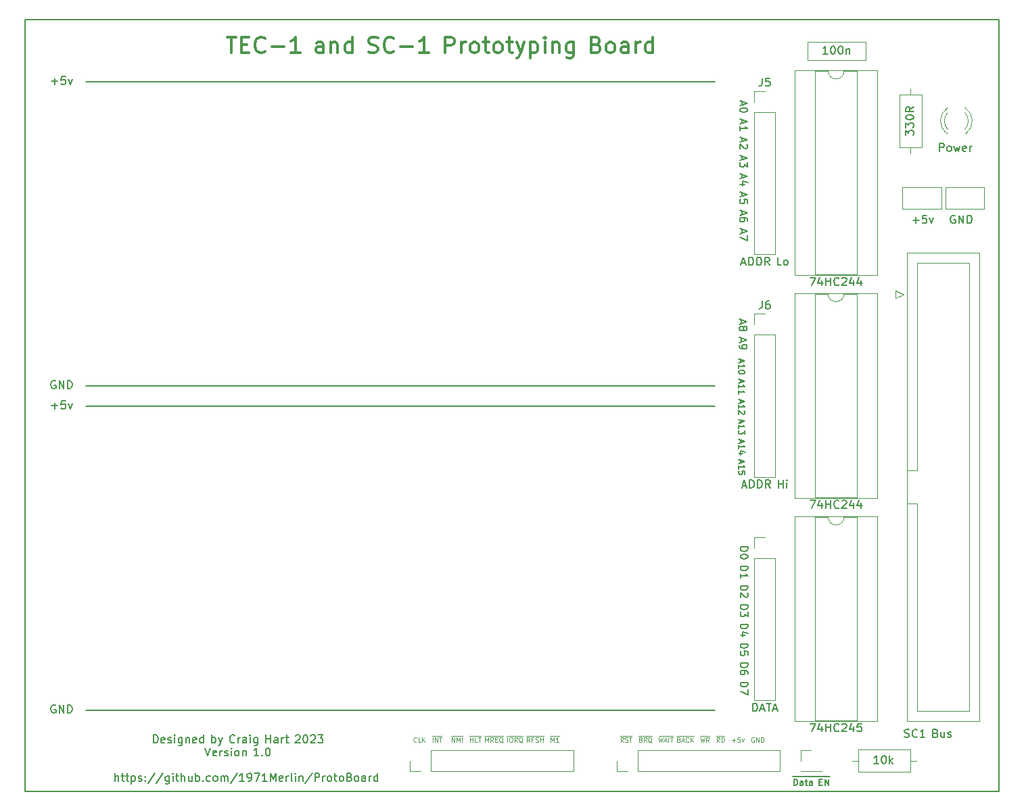
<source format=gbr>
%TF.GenerationSoftware,KiCad,Pcbnew,(7.0.0)*%
%TF.CreationDate,2023-03-05T15:13:50+10:30*%
%TF.ProjectId,ProtoBoard,50726f74-6f42-46f6-9172-642e6b696361,rev?*%
%TF.SameCoordinates,Original*%
%TF.FileFunction,Legend,Top*%
%TF.FilePolarity,Positive*%
%FSLAX46Y46*%
G04 Gerber Fmt 4.6, Leading zero omitted, Abs format (unit mm)*
G04 Created by KiCad (PCBNEW (7.0.0)) date 2023-03-05 15:13:50*
%MOMM*%
%LPD*%
G01*
G04 APERTURE LIST*
%ADD10C,0.150000*%
%ADD11C,0.300000*%
%ADD12C,0.100000*%
%ADD13C,0.120000*%
G04 APERTURE END LIST*
D10*
X95123000Y-94488000D02*
X173863000Y-94488000D01*
X87503000Y-46101000D02*
X209423000Y-46101000D01*
X209423000Y-46101000D02*
X209423000Y-142748000D01*
X209423000Y-142748000D02*
X87503000Y-142748000D01*
X87503000Y-142748000D02*
X87503000Y-46101000D01*
X95123000Y-53848000D02*
X173863000Y-53848000D01*
X95123000Y-132588000D02*
X173863000Y-132588000D01*
X95123000Y-91948000D02*
X173863000Y-91948000D01*
X177189016Y-83698704D02*
X177189016Y-84151085D01*
X176917588Y-83608228D02*
X177867588Y-83924894D01*
X177867588Y-83924894D02*
X176917588Y-84241561D01*
X177460445Y-84693942D02*
X177505683Y-84603466D01*
X177505683Y-84603466D02*
X177550921Y-84558228D01*
X177550921Y-84558228D02*
X177641397Y-84512990D01*
X177641397Y-84512990D02*
X177686635Y-84512990D01*
X177686635Y-84512990D02*
X177777111Y-84558228D01*
X177777111Y-84558228D02*
X177822350Y-84603466D01*
X177822350Y-84603466D02*
X177867588Y-84693942D01*
X177867588Y-84693942D02*
X177867588Y-84874895D01*
X177867588Y-84874895D02*
X177822350Y-84965371D01*
X177822350Y-84965371D02*
X177777111Y-85010609D01*
X177777111Y-85010609D02*
X177686635Y-85055847D01*
X177686635Y-85055847D02*
X177641397Y-85055847D01*
X177641397Y-85055847D02*
X177550921Y-85010609D01*
X177550921Y-85010609D02*
X177505683Y-84965371D01*
X177505683Y-84965371D02*
X177460445Y-84874895D01*
X177460445Y-84874895D02*
X177460445Y-84693942D01*
X177460445Y-84693942D02*
X177415207Y-84603466D01*
X177415207Y-84603466D02*
X177369969Y-84558228D01*
X177369969Y-84558228D02*
X177279492Y-84512990D01*
X177279492Y-84512990D02*
X177098540Y-84512990D01*
X177098540Y-84512990D02*
X177008064Y-84558228D01*
X177008064Y-84558228D02*
X176962826Y-84603466D01*
X176962826Y-84603466D02*
X176917588Y-84693942D01*
X176917588Y-84693942D02*
X176917588Y-84874895D01*
X176917588Y-84874895D02*
X176962826Y-84965371D01*
X176962826Y-84965371D02*
X177008064Y-85010609D01*
X177008064Y-85010609D02*
X177098540Y-85055847D01*
X177098540Y-85055847D02*
X177279492Y-85055847D01*
X177279492Y-85055847D02*
X177369969Y-85010609D01*
X177369969Y-85010609D02*
X177415207Y-84965371D01*
X177415207Y-84965371D02*
X177460445Y-84874895D01*
X177189016Y-85987752D02*
X177189016Y-86440133D01*
X176917588Y-85897276D02*
X177867588Y-86213942D01*
X177867588Y-86213942D02*
X176917588Y-86530609D01*
X176917588Y-86892514D02*
X176917588Y-87073466D01*
X176917588Y-87073466D02*
X176962826Y-87163943D01*
X176962826Y-87163943D02*
X177008064Y-87209181D01*
X177008064Y-87209181D02*
X177143778Y-87299657D01*
X177143778Y-87299657D02*
X177324730Y-87344895D01*
X177324730Y-87344895D02*
X177686635Y-87344895D01*
X177686635Y-87344895D02*
X177777111Y-87299657D01*
X177777111Y-87299657D02*
X177822350Y-87254419D01*
X177822350Y-87254419D02*
X177867588Y-87163943D01*
X177867588Y-87163943D02*
X177867588Y-86982990D01*
X177867588Y-86982990D02*
X177822350Y-86892514D01*
X177822350Y-86892514D02*
X177777111Y-86847276D01*
X177777111Y-86847276D02*
X177686635Y-86802038D01*
X177686635Y-86802038D02*
X177460445Y-86802038D01*
X177460445Y-86802038D02*
X177369969Y-86847276D01*
X177369969Y-86847276D02*
X177324730Y-86892514D01*
X177324730Y-86892514D02*
X177279492Y-86982990D01*
X177279492Y-86982990D02*
X177279492Y-87163943D01*
X177279492Y-87163943D02*
X177324730Y-87254419D01*
X177324730Y-87254419D02*
X177369969Y-87299657D01*
X177369969Y-87299657D02*
X177460445Y-87344895D01*
X91313095Y-132003000D02*
X91217857Y-131955380D01*
X91217857Y-131955380D02*
X91075000Y-131955380D01*
X91075000Y-131955380D02*
X90932143Y-132003000D01*
X90932143Y-132003000D02*
X90836905Y-132098238D01*
X90836905Y-132098238D02*
X90789286Y-132193476D01*
X90789286Y-132193476D02*
X90741667Y-132383952D01*
X90741667Y-132383952D02*
X90741667Y-132526809D01*
X90741667Y-132526809D02*
X90789286Y-132717285D01*
X90789286Y-132717285D02*
X90836905Y-132812523D01*
X90836905Y-132812523D02*
X90932143Y-132907761D01*
X90932143Y-132907761D02*
X91075000Y-132955380D01*
X91075000Y-132955380D02*
X91170238Y-132955380D01*
X91170238Y-132955380D02*
X91313095Y-132907761D01*
X91313095Y-132907761D02*
X91360714Y-132860142D01*
X91360714Y-132860142D02*
X91360714Y-132526809D01*
X91360714Y-132526809D02*
X91170238Y-132526809D01*
X91789286Y-132955380D02*
X91789286Y-131955380D01*
X91789286Y-131955380D02*
X92360714Y-132955380D01*
X92360714Y-132955380D02*
X92360714Y-131955380D01*
X92836905Y-132955380D02*
X92836905Y-131955380D01*
X92836905Y-131955380D02*
X93075000Y-131955380D01*
X93075000Y-131955380D02*
X93217857Y-132003000D01*
X93217857Y-132003000D02*
X93313095Y-132098238D01*
X93313095Y-132098238D02*
X93360714Y-132193476D01*
X93360714Y-132193476D02*
X93408333Y-132383952D01*
X93408333Y-132383952D02*
X93408333Y-132526809D01*
X93408333Y-132526809D02*
X93360714Y-132717285D01*
X93360714Y-132717285D02*
X93313095Y-132812523D01*
X93313095Y-132812523D02*
X93217857Y-132907761D01*
X93217857Y-132907761D02*
X93075000Y-132955380D01*
X93075000Y-132955380D02*
X92836905Y-132955380D01*
X90836905Y-53834428D02*
X91598810Y-53834428D01*
X91217857Y-54215380D02*
X91217857Y-53453476D01*
X92551190Y-53215380D02*
X92075000Y-53215380D01*
X92075000Y-53215380D02*
X92027381Y-53691571D01*
X92027381Y-53691571D02*
X92075000Y-53643952D01*
X92075000Y-53643952D02*
X92170238Y-53596333D01*
X92170238Y-53596333D02*
X92408333Y-53596333D01*
X92408333Y-53596333D02*
X92503571Y-53643952D01*
X92503571Y-53643952D02*
X92551190Y-53691571D01*
X92551190Y-53691571D02*
X92598809Y-53786809D01*
X92598809Y-53786809D02*
X92598809Y-54024904D01*
X92598809Y-54024904D02*
X92551190Y-54120142D01*
X92551190Y-54120142D02*
X92503571Y-54167761D01*
X92503571Y-54167761D02*
X92408333Y-54215380D01*
X92408333Y-54215380D02*
X92170238Y-54215380D01*
X92170238Y-54215380D02*
X92075000Y-54167761D01*
X92075000Y-54167761D02*
X92027381Y-54120142D01*
X92932143Y-53548714D02*
X93170238Y-54215380D01*
X93170238Y-54215380D02*
X93408333Y-53548714D01*
D11*
X112792047Y-48264761D02*
X113934904Y-48264761D01*
X113363475Y-50264761D02*
X113363475Y-48264761D01*
X114601571Y-49217142D02*
X115268238Y-49217142D01*
X115553952Y-50264761D02*
X114601571Y-50264761D01*
X114601571Y-50264761D02*
X114601571Y-48264761D01*
X114601571Y-48264761D02*
X115553952Y-48264761D01*
X117553952Y-50074285D02*
X117458714Y-50169523D01*
X117458714Y-50169523D02*
X117173000Y-50264761D01*
X117173000Y-50264761D02*
X116982524Y-50264761D01*
X116982524Y-50264761D02*
X116696809Y-50169523D01*
X116696809Y-50169523D02*
X116506333Y-49979047D01*
X116506333Y-49979047D02*
X116411095Y-49788571D01*
X116411095Y-49788571D02*
X116315857Y-49407619D01*
X116315857Y-49407619D02*
X116315857Y-49121904D01*
X116315857Y-49121904D02*
X116411095Y-48740952D01*
X116411095Y-48740952D02*
X116506333Y-48550476D01*
X116506333Y-48550476D02*
X116696809Y-48360000D01*
X116696809Y-48360000D02*
X116982524Y-48264761D01*
X116982524Y-48264761D02*
X117173000Y-48264761D01*
X117173000Y-48264761D02*
X117458714Y-48360000D01*
X117458714Y-48360000D02*
X117553952Y-48455238D01*
X118411095Y-49502857D02*
X119934905Y-49502857D01*
X121934904Y-50264761D02*
X120792047Y-50264761D01*
X121363475Y-50264761D02*
X121363475Y-48264761D01*
X121363475Y-48264761D02*
X121172999Y-48550476D01*
X121172999Y-48550476D02*
X120982523Y-48740952D01*
X120982523Y-48740952D02*
X120792047Y-48836190D01*
X124849190Y-50264761D02*
X124849190Y-49217142D01*
X124849190Y-49217142D02*
X124753952Y-49026666D01*
X124753952Y-49026666D02*
X124563476Y-48931428D01*
X124563476Y-48931428D02*
X124182523Y-48931428D01*
X124182523Y-48931428D02*
X123992047Y-49026666D01*
X124849190Y-50169523D02*
X124658714Y-50264761D01*
X124658714Y-50264761D02*
X124182523Y-50264761D01*
X124182523Y-50264761D02*
X123992047Y-50169523D01*
X123992047Y-50169523D02*
X123896809Y-49979047D01*
X123896809Y-49979047D02*
X123896809Y-49788571D01*
X123896809Y-49788571D02*
X123992047Y-49598095D01*
X123992047Y-49598095D02*
X124182523Y-49502857D01*
X124182523Y-49502857D02*
X124658714Y-49502857D01*
X124658714Y-49502857D02*
X124849190Y-49407619D01*
X125801571Y-48931428D02*
X125801571Y-50264761D01*
X125801571Y-49121904D02*
X125896809Y-49026666D01*
X125896809Y-49026666D02*
X126087285Y-48931428D01*
X126087285Y-48931428D02*
X126373000Y-48931428D01*
X126373000Y-48931428D02*
X126563476Y-49026666D01*
X126563476Y-49026666D02*
X126658714Y-49217142D01*
X126658714Y-49217142D02*
X126658714Y-50264761D01*
X128468238Y-50264761D02*
X128468238Y-48264761D01*
X128468238Y-50169523D02*
X128277762Y-50264761D01*
X128277762Y-50264761D02*
X127896809Y-50264761D01*
X127896809Y-50264761D02*
X127706333Y-50169523D01*
X127706333Y-50169523D02*
X127611095Y-50074285D01*
X127611095Y-50074285D02*
X127515857Y-49883809D01*
X127515857Y-49883809D02*
X127515857Y-49312380D01*
X127515857Y-49312380D02*
X127611095Y-49121904D01*
X127611095Y-49121904D02*
X127706333Y-49026666D01*
X127706333Y-49026666D02*
X127896809Y-48931428D01*
X127896809Y-48931428D02*
X128277762Y-48931428D01*
X128277762Y-48931428D02*
X128468238Y-49026666D01*
X130525381Y-50169523D02*
X130811095Y-50264761D01*
X130811095Y-50264761D02*
X131287286Y-50264761D01*
X131287286Y-50264761D02*
X131477762Y-50169523D01*
X131477762Y-50169523D02*
X131573000Y-50074285D01*
X131573000Y-50074285D02*
X131668238Y-49883809D01*
X131668238Y-49883809D02*
X131668238Y-49693333D01*
X131668238Y-49693333D02*
X131573000Y-49502857D01*
X131573000Y-49502857D02*
X131477762Y-49407619D01*
X131477762Y-49407619D02*
X131287286Y-49312380D01*
X131287286Y-49312380D02*
X130906333Y-49217142D01*
X130906333Y-49217142D02*
X130715857Y-49121904D01*
X130715857Y-49121904D02*
X130620619Y-49026666D01*
X130620619Y-49026666D02*
X130525381Y-48836190D01*
X130525381Y-48836190D02*
X130525381Y-48645714D01*
X130525381Y-48645714D02*
X130620619Y-48455238D01*
X130620619Y-48455238D02*
X130715857Y-48360000D01*
X130715857Y-48360000D02*
X130906333Y-48264761D01*
X130906333Y-48264761D02*
X131382524Y-48264761D01*
X131382524Y-48264761D02*
X131668238Y-48360000D01*
X133668238Y-50074285D02*
X133573000Y-50169523D01*
X133573000Y-50169523D02*
X133287286Y-50264761D01*
X133287286Y-50264761D02*
X133096810Y-50264761D01*
X133096810Y-50264761D02*
X132811095Y-50169523D01*
X132811095Y-50169523D02*
X132620619Y-49979047D01*
X132620619Y-49979047D02*
X132525381Y-49788571D01*
X132525381Y-49788571D02*
X132430143Y-49407619D01*
X132430143Y-49407619D02*
X132430143Y-49121904D01*
X132430143Y-49121904D02*
X132525381Y-48740952D01*
X132525381Y-48740952D02*
X132620619Y-48550476D01*
X132620619Y-48550476D02*
X132811095Y-48360000D01*
X132811095Y-48360000D02*
X133096810Y-48264761D01*
X133096810Y-48264761D02*
X133287286Y-48264761D01*
X133287286Y-48264761D02*
X133573000Y-48360000D01*
X133573000Y-48360000D02*
X133668238Y-48455238D01*
X134525381Y-49502857D02*
X136049191Y-49502857D01*
X138049190Y-50264761D02*
X136906333Y-50264761D01*
X137477761Y-50264761D02*
X137477761Y-48264761D01*
X137477761Y-48264761D02*
X137287285Y-48550476D01*
X137287285Y-48550476D02*
X137096809Y-48740952D01*
X137096809Y-48740952D02*
X136906333Y-48836190D01*
X140106333Y-50264761D02*
X140106333Y-48264761D01*
X140106333Y-48264761D02*
X140868238Y-48264761D01*
X140868238Y-48264761D02*
X141058714Y-48360000D01*
X141058714Y-48360000D02*
X141153952Y-48455238D01*
X141153952Y-48455238D02*
X141249190Y-48645714D01*
X141249190Y-48645714D02*
X141249190Y-48931428D01*
X141249190Y-48931428D02*
X141153952Y-49121904D01*
X141153952Y-49121904D02*
X141058714Y-49217142D01*
X141058714Y-49217142D02*
X140868238Y-49312380D01*
X140868238Y-49312380D02*
X140106333Y-49312380D01*
X142106333Y-50264761D02*
X142106333Y-48931428D01*
X142106333Y-49312380D02*
X142201571Y-49121904D01*
X142201571Y-49121904D02*
X142296809Y-49026666D01*
X142296809Y-49026666D02*
X142487285Y-48931428D01*
X142487285Y-48931428D02*
X142677762Y-48931428D01*
X143630142Y-50264761D02*
X143439666Y-50169523D01*
X143439666Y-50169523D02*
X143344428Y-50074285D01*
X143344428Y-50074285D02*
X143249190Y-49883809D01*
X143249190Y-49883809D02*
X143249190Y-49312380D01*
X143249190Y-49312380D02*
X143344428Y-49121904D01*
X143344428Y-49121904D02*
X143439666Y-49026666D01*
X143439666Y-49026666D02*
X143630142Y-48931428D01*
X143630142Y-48931428D02*
X143915857Y-48931428D01*
X143915857Y-48931428D02*
X144106333Y-49026666D01*
X144106333Y-49026666D02*
X144201571Y-49121904D01*
X144201571Y-49121904D02*
X144296809Y-49312380D01*
X144296809Y-49312380D02*
X144296809Y-49883809D01*
X144296809Y-49883809D02*
X144201571Y-50074285D01*
X144201571Y-50074285D02*
X144106333Y-50169523D01*
X144106333Y-50169523D02*
X143915857Y-50264761D01*
X143915857Y-50264761D02*
X143630142Y-50264761D01*
X144868238Y-48931428D02*
X145630142Y-48931428D01*
X145153952Y-48264761D02*
X145153952Y-49979047D01*
X145153952Y-49979047D02*
X145249190Y-50169523D01*
X145249190Y-50169523D02*
X145439666Y-50264761D01*
X145439666Y-50264761D02*
X145630142Y-50264761D01*
X146582523Y-50264761D02*
X146392047Y-50169523D01*
X146392047Y-50169523D02*
X146296809Y-50074285D01*
X146296809Y-50074285D02*
X146201571Y-49883809D01*
X146201571Y-49883809D02*
X146201571Y-49312380D01*
X146201571Y-49312380D02*
X146296809Y-49121904D01*
X146296809Y-49121904D02*
X146392047Y-49026666D01*
X146392047Y-49026666D02*
X146582523Y-48931428D01*
X146582523Y-48931428D02*
X146868238Y-48931428D01*
X146868238Y-48931428D02*
X147058714Y-49026666D01*
X147058714Y-49026666D02*
X147153952Y-49121904D01*
X147153952Y-49121904D02*
X147249190Y-49312380D01*
X147249190Y-49312380D02*
X147249190Y-49883809D01*
X147249190Y-49883809D02*
X147153952Y-50074285D01*
X147153952Y-50074285D02*
X147058714Y-50169523D01*
X147058714Y-50169523D02*
X146868238Y-50264761D01*
X146868238Y-50264761D02*
X146582523Y-50264761D01*
X147820619Y-48931428D02*
X148582523Y-48931428D01*
X148106333Y-48264761D02*
X148106333Y-49979047D01*
X148106333Y-49979047D02*
X148201571Y-50169523D01*
X148201571Y-50169523D02*
X148392047Y-50264761D01*
X148392047Y-50264761D02*
X148582523Y-50264761D01*
X149058714Y-48931428D02*
X149534904Y-50264761D01*
X150011095Y-48931428D02*
X149534904Y-50264761D01*
X149534904Y-50264761D02*
X149344428Y-50740952D01*
X149344428Y-50740952D02*
X149249190Y-50836190D01*
X149249190Y-50836190D02*
X149058714Y-50931428D01*
X150773000Y-48931428D02*
X150773000Y-50931428D01*
X150773000Y-49026666D02*
X150963476Y-48931428D01*
X150963476Y-48931428D02*
X151344429Y-48931428D01*
X151344429Y-48931428D02*
X151534905Y-49026666D01*
X151534905Y-49026666D02*
X151630143Y-49121904D01*
X151630143Y-49121904D02*
X151725381Y-49312380D01*
X151725381Y-49312380D02*
X151725381Y-49883809D01*
X151725381Y-49883809D02*
X151630143Y-50074285D01*
X151630143Y-50074285D02*
X151534905Y-50169523D01*
X151534905Y-50169523D02*
X151344429Y-50264761D01*
X151344429Y-50264761D02*
X150963476Y-50264761D01*
X150963476Y-50264761D02*
X150773000Y-50169523D01*
X152582524Y-50264761D02*
X152582524Y-48931428D01*
X152582524Y-48264761D02*
X152487286Y-48360000D01*
X152487286Y-48360000D02*
X152582524Y-48455238D01*
X152582524Y-48455238D02*
X152677762Y-48360000D01*
X152677762Y-48360000D02*
X152582524Y-48264761D01*
X152582524Y-48264761D02*
X152582524Y-48455238D01*
X153534905Y-48931428D02*
X153534905Y-50264761D01*
X153534905Y-49121904D02*
X153630143Y-49026666D01*
X153630143Y-49026666D02*
X153820619Y-48931428D01*
X153820619Y-48931428D02*
X154106334Y-48931428D01*
X154106334Y-48931428D02*
X154296810Y-49026666D01*
X154296810Y-49026666D02*
X154392048Y-49217142D01*
X154392048Y-49217142D02*
X154392048Y-50264761D01*
X156201572Y-48931428D02*
X156201572Y-50550476D01*
X156201572Y-50550476D02*
X156106334Y-50740952D01*
X156106334Y-50740952D02*
X156011096Y-50836190D01*
X156011096Y-50836190D02*
X155820619Y-50931428D01*
X155820619Y-50931428D02*
X155534905Y-50931428D01*
X155534905Y-50931428D02*
X155344429Y-50836190D01*
X156201572Y-50169523D02*
X156011096Y-50264761D01*
X156011096Y-50264761D02*
X155630143Y-50264761D01*
X155630143Y-50264761D02*
X155439667Y-50169523D01*
X155439667Y-50169523D02*
X155344429Y-50074285D01*
X155344429Y-50074285D02*
X155249191Y-49883809D01*
X155249191Y-49883809D02*
X155249191Y-49312380D01*
X155249191Y-49312380D02*
X155344429Y-49121904D01*
X155344429Y-49121904D02*
X155439667Y-49026666D01*
X155439667Y-49026666D02*
X155630143Y-48931428D01*
X155630143Y-48931428D02*
X156011096Y-48931428D01*
X156011096Y-48931428D02*
X156201572Y-49026666D01*
X159020620Y-49217142D02*
X159306334Y-49312380D01*
X159306334Y-49312380D02*
X159401572Y-49407619D01*
X159401572Y-49407619D02*
X159496810Y-49598095D01*
X159496810Y-49598095D02*
X159496810Y-49883809D01*
X159496810Y-49883809D02*
X159401572Y-50074285D01*
X159401572Y-50074285D02*
X159306334Y-50169523D01*
X159306334Y-50169523D02*
X159115858Y-50264761D01*
X159115858Y-50264761D02*
X158353953Y-50264761D01*
X158353953Y-50264761D02*
X158353953Y-48264761D01*
X158353953Y-48264761D02*
X159020620Y-48264761D01*
X159020620Y-48264761D02*
X159211096Y-48360000D01*
X159211096Y-48360000D02*
X159306334Y-48455238D01*
X159306334Y-48455238D02*
X159401572Y-48645714D01*
X159401572Y-48645714D02*
X159401572Y-48836190D01*
X159401572Y-48836190D02*
X159306334Y-49026666D01*
X159306334Y-49026666D02*
X159211096Y-49121904D01*
X159211096Y-49121904D02*
X159020620Y-49217142D01*
X159020620Y-49217142D02*
X158353953Y-49217142D01*
X160639667Y-50264761D02*
X160449191Y-50169523D01*
X160449191Y-50169523D02*
X160353953Y-50074285D01*
X160353953Y-50074285D02*
X160258715Y-49883809D01*
X160258715Y-49883809D02*
X160258715Y-49312380D01*
X160258715Y-49312380D02*
X160353953Y-49121904D01*
X160353953Y-49121904D02*
X160449191Y-49026666D01*
X160449191Y-49026666D02*
X160639667Y-48931428D01*
X160639667Y-48931428D02*
X160925382Y-48931428D01*
X160925382Y-48931428D02*
X161115858Y-49026666D01*
X161115858Y-49026666D02*
X161211096Y-49121904D01*
X161211096Y-49121904D02*
X161306334Y-49312380D01*
X161306334Y-49312380D02*
X161306334Y-49883809D01*
X161306334Y-49883809D02*
X161211096Y-50074285D01*
X161211096Y-50074285D02*
X161115858Y-50169523D01*
X161115858Y-50169523D02*
X160925382Y-50264761D01*
X160925382Y-50264761D02*
X160639667Y-50264761D01*
X163020620Y-50264761D02*
X163020620Y-49217142D01*
X163020620Y-49217142D02*
X162925382Y-49026666D01*
X162925382Y-49026666D02*
X162734906Y-48931428D01*
X162734906Y-48931428D02*
X162353953Y-48931428D01*
X162353953Y-48931428D02*
X162163477Y-49026666D01*
X163020620Y-50169523D02*
X162830144Y-50264761D01*
X162830144Y-50264761D02*
X162353953Y-50264761D01*
X162353953Y-50264761D02*
X162163477Y-50169523D01*
X162163477Y-50169523D02*
X162068239Y-49979047D01*
X162068239Y-49979047D02*
X162068239Y-49788571D01*
X162068239Y-49788571D02*
X162163477Y-49598095D01*
X162163477Y-49598095D02*
X162353953Y-49502857D01*
X162353953Y-49502857D02*
X162830144Y-49502857D01*
X162830144Y-49502857D02*
X163020620Y-49407619D01*
X163973001Y-50264761D02*
X163973001Y-48931428D01*
X163973001Y-49312380D02*
X164068239Y-49121904D01*
X164068239Y-49121904D02*
X164163477Y-49026666D01*
X164163477Y-49026666D02*
X164353953Y-48931428D01*
X164353953Y-48931428D02*
X164544430Y-48931428D01*
X166068239Y-50264761D02*
X166068239Y-48264761D01*
X166068239Y-50169523D02*
X165877763Y-50264761D01*
X165877763Y-50264761D02*
X165496810Y-50264761D01*
X165496810Y-50264761D02*
X165306334Y-50169523D01*
X165306334Y-50169523D02*
X165211096Y-50074285D01*
X165211096Y-50074285D02*
X165115858Y-49883809D01*
X165115858Y-49883809D02*
X165115858Y-49312380D01*
X165115858Y-49312380D02*
X165211096Y-49121904D01*
X165211096Y-49121904D02*
X165306334Y-49026666D01*
X165306334Y-49026666D02*
X165496810Y-48931428D01*
X165496810Y-48931428D02*
X165877763Y-48931428D01*
X165877763Y-48931428D02*
X166068239Y-49026666D01*
D10*
X177265216Y-56333760D02*
X177265216Y-56786141D01*
X176993788Y-56243284D02*
X177943788Y-56559950D01*
X177943788Y-56559950D02*
X176993788Y-56876617D01*
X177943788Y-57374236D02*
X177943788Y-57464713D01*
X177943788Y-57464713D02*
X177898550Y-57555189D01*
X177898550Y-57555189D02*
X177853311Y-57600427D01*
X177853311Y-57600427D02*
X177762835Y-57645665D01*
X177762835Y-57645665D02*
X177581883Y-57690903D01*
X177581883Y-57690903D02*
X177355692Y-57690903D01*
X177355692Y-57690903D02*
X177174740Y-57645665D01*
X177174740Y-57645665D02*
X177084264Y-57600427D01*
X177084264Y-57600427D02*
X177039026Y-57555189D01*
X177039026Y-57555189D02*
X176993788Y-57464713D01*
X176993788Y-57464713D02*
X176993788Y-57374236D01*
X176993788Y-57374236D02*
X177039026Y-57283760D01*
X177039026Y-57283760D02*
X177084264Y-57238522D01*
X177084264Y-57238522D02*
X177174740Y-57193284D01*
X177174740Y-57193284D02*
X177355692Y-57148046D01*
X177355692Y-57148046D02*
X177581883Y-57148046D01*
X177581883Y-57148046D02*
X177762835Y-57193284D01*
X177762835Y-57193284D02*
X177853311Y-57238522D01*
X177853311Y-57238522D02*
X177898550Y-57283760D01*
X177898550Y-57283760D02*
X177943788Y-57374236D01*
X177265216Y-58622808D02*
X177265216Y-59075189D01*
X176993788Y-58532332D02*
X177943788Y-58848998D01*
X177943788Y-58848998D02*
X176993788Y-59165665D01*
X176993788Y-59979951D02*
X176993788Y-59437094D01*
X176993788Y-59708522D02*
X177943788Y-59708522D01*
X177943788Y-59708522D02*
X177808073Y-59618046D01*
X177808073Y-59618046D02*
X177717597Y-59527570D01*
X177717597Y-59527570D02*
X177672359Y-59437094D01*
X177265216Y-60911856D02*
X177265216Y-61364237D01*
X176993788Y-60821380D02*
X177943788Y-61138046D01*
X177943788Y-61138046D02*
X176993788Y-61454713D01*
X177853311Y-61726142D02*
X177898550Y-61771380D01*
X177898550Y-61771380D02*
X177943788Y-61861856D01*
X177943788Y-61861856D02*
X177943788Y-62088047D01*
X177943788Y-62088047D02*
X177898550Y-62178523D01*
X177898550Y-62178523D02*
X177853311Y-62223761D01*
X177853311Y-62223761D02*
X177762835Y-62268999D01*
X177762835Y-62268999D02*
X177672359Y-62268999D01*
X177672359Y-62268999D02*
X177536645Y-62223761D01*
X177536645Y-62223761D02*
X176993788Y-61680904D01*
X176993788Y-61680904D02*
X176993788Y-62268999D01*
X177265216Y-63200904D02*
X177265216Y-63653285D01*
X176993788Y-63110428D02*
X177943788Y-63427094D01*
X177943788Y-63427094D02*
X176993788Y-63743761D01*
X177943788Y-63969952D02*
X177943788Y-64558047D01*
X177943788Y-64558047D02*
X177581883Y-64241380D01*
X177581883Y-64241380D02*
X177581883Y-64377095D01*
X177581883Y-64377095D02*
X177536645Y-64467571D01*
X177536645Y-64467571D02*
X177491407Y-64512809D01*
X177491407Y-64512809D02*
X177400930Y-64558047D01*
X177400930Y-64558047D02*
X177174740Y-64558047D01*
X177174740Y-64558047D02*
X177084264Y-64512809D01*
X177084264Y-64512809D02*
X177039026Y-64467571D01*
X177039026Y-64467571D02*
X176993788Y-64377095D01*
X176993788Y-64377095D02*
X176993788Y-64105666D01*
X176993788Y-64105666D02*
X177039026Y-64015190D01*
X177039026Y-64015190D02*
X177084264Y-63969952D01*
X177265216Y-65489952D02*
X177265216Y-65942333D01*
X176993788Y-65399476D02*
X177943788Y-65716142D01*
X177943788Y-65716142D02*
X176993788Y-66032809D01*
X177627121Y-66756619D02*
X176993788Y-66756619D01*
X177989026Y-66530428D02*
X177310454Y-66304238D01*
X177310454Y-66304238D02*
X177310454Y-66892333D01*
X177265216Y-67779000D02*
X177265216Y-68231381D01*
X176993788Y-67688524D02*
X177943788Y-68005190D01*
X177943788Y-68005190D02*
X176993788Y-68321857D01*
X177943788Y-69090905D02*
X177943788Y-68638524D01*
X177943788Y-68638524D02*
X177491407Y-68593286D01*
X177491407Y-68593286D02*
X177536645Y-68638524D01*
X177536645Y-68638524D02*
X177581883Y-68729000D01*
X177581883Y-68729000D02*
X177581883Y-68955191D01*
X177581883Y-68955191D02*
X177536645Y-69045667D01*
X177536645Y-69045667D02*
X177491407Y-69090905D01*
X177491407Y-69090905D02*
X177400930Y-69136143D01*
X177400930Y-69136143D02*
X177174740Y-69136143D01*
X177174740Y-69136143D02*
X177084264Y-69090905D01*
X177084264Y-69090905D02*
X177039026Y-69045667D01*
X177039026Y-69045667D02*
X176993788Y-68955191D01*
X176993788Y-68955191D02*
X176993788Y-68729000D01*
X176993788Y-68729000D02*
X177039026Y-68638524D01*
X177039026Y-68638524D02*
X177084264Y-68593286D01*
X177265216Y-70068048D02*
X177265216Y-70520429D01*
X176993788Y-69977572D02*
X177943788Y-70294238D01*
X177943788Y-70294238D02*
X176993788Y-70610905D01*
X177943788Y-71334715D02*
X177943788Y-71153762D01*
X177943788Y-71153762D02*
X177898550Y-71063286D01*
X177898550Y-71063286D02*
X177853311Y-71018048D01*
X177853311Y-71018048D02*
X177717597Y-70927572D01*
X177717597Y-70927572D02*
X177536645Y-70882334D01*
X177536645Y-70882334D02*
X177174740Y-70882334D01*
X177174740Y-70882334D02*
X177084264Y-70927572D01*
X177084264Y-70927572D02*
X177039026Y-70972810D01*
X177039026Y-70972810D02*
X176993788Y-71063286D01*
X176993788Y-71063286D02*
X176993788Y-71244239D01*
X176993788Y-71244239D02*
X177039026Y-71334715D01*
X177039026Y-71334715D02*
X177084264Y-71379953D01*
X177084264Y-71379953D02*
X177174740Y-71425191D01*
X177174740Y-71425191D02*
X177400930Y-71425191D01*
X177400930Y-71425191D02*
X177491407Y-71379953D01*
X177491407Y-71379953D02*
X177536645Y-71334715D01*
X177536645Y-71334715D02*
X177581883Y-71244239D01*
X177581883Y-71244239D02*
X177581883Y-71063286D01*
X177581883Y-71063286D02*
X177536645Y-70972810D01*
X177536645Y-70972810D02*
X177491407Y-70927572D01*
X177491407Y-70927572D02*
X177400930Y-70882334D01*
X177265216Y-72357096D02*
X177265216Y-72809477D01*
X176993788Y-72266620D02*
X177943788Y-72583286D01*
X177943788Y-72583286D02*
X176993788Y-72899953D01*
X177943788Y-73126144D02*
X177943788Y-73759477D01*
X177943788Y-73759477D02*
X176993788Y-73352334D01*
X98790095Y-141514380D02*
X98790095Y-140514380D01*
X99218666Y-141514380D02*
X99218666Y-140990571D01*
X99218666Y-140990571D02*
X99171047Y-140895333D01*
X99171047Y-140895333D02*
X99075809Y-140847714D01*
X99075809Y-140847714D02*
X98932952Y-140847714D01*
X98932952Y-140847714D02*
X98837714Y-140895333D01*
X98837714Y-140895333D02*
X98790095Y-140942952D01*
X99552000Y-140847714D02*
X99932952Y-140847714D01*
X99694857Y-140514380D02*
X99694857Y-141371523D01*
X99694857Y-141371523D02*
X99742476Y-141466761D01*
X99742476Y-141466761D02*
X99837714Y-141514380D01*
X99837714Y-141514380D02*
X99932952Y-141514380D01*
X100123429Y-140847714D02*
X100504381Y-140847714D01*
X100266286Y-140514380D02*
X100266286Y-141371523D01*
X100266286Y-141371523D02*
X100313905Y-141466761D01*
X100313905Y-141466761D02*
X100409143Y-141514380D01*
X100409143Y-141514380D02*
X100504381Y-141514380D01*
X100837715Y-140847714D02*
X100837715Y-141847714D01*
X100837715Y-140895333D02*
X100932953Y-140847714D01*
X100932953Y-140847714D02*
X101123429Y-140847714D01*
X101123429Y-140847714D02*
X101218667Y-140895333D01*
X101218667Y-140895333D02*
X101266286Y-140942952D01*
X101266286Y-140942952D02*
X101313905Y-141038190D01*
X101313905Y-141038190D02*
X101313905Y-141323904D01*
X101313905Y-141323904D02*
X101266286Y-141419142D01*
X101266286Y-141419142D02*
X101218667Y-141466761D01*
X101218667Y-141466761D02*
X101123429Y-141514380D01*
X101123429Y-141514380D02*
X100932953Y-141514380D01*
X100932953Y-141514380D02*
X100837715Y-141466761D01*
X101694858Y-141466761D02*
X101790096Y-141514380D01*
X101790096Y-141514380D02*
X101980572Y-141514380D01*
X101980572Y-141514380D02*
X102075810Y-141466761D01*
X102075810Y-141466761D02*
X102123429Y-141371523D01*
X102123429Y-141371523D02*
X102123429Y-141323904D01*
X102123429Y-141323904D02*
X102075810Y-141228666D01*
X102075810Y-141228666D02*
X101980572Y-141181047D01*
X101980572Y-141181047D02*
X101837715Y-141181047D01*
X101837715Y-141181047D02*
X101742477Y-141133428D01*
X101742477Y-141133428D02*
X101694858Y-141038190D01*
X101694858Y-141038190D02*
X101694858Y-140990571D01*
X101694858Y-140990571D02*
X101742477Y-140895333D01*
X101742477Y-140895333D02*
X101837715Y-140847714D01*
X101837715Y-140847714D02*
X101980572Y-140847714D01*
X101980572Y-140847714D02*
X102075810Y-140895333D01*
X102552001Y-141419142D02*
X102599620Y-141466761D01*
X102599620Y-141466761D02*
X102552001Y-141514380D01*
X102552001Y-141514380D02*
X102504382Y-141466761D01*
X102504382Y-141466761D02*
X102552001Y-141419142D01*
X102552001Y-141419142D02*
X102552001Y-141514380D01*
X102552001Y-140895333D02*
X102599620Y-140942952D01*
X102599620Y-140942952D02*
X102552001Y-140990571D01*
X102552001Y-140990571D02*
X102504382Y-140942952D01*
X102504382Y-140942952D02*
X102552001Y-140895333D01*
X102552001Y-140895333D02*
X102552001Y-140990571D01*
X103742476Y-140466761D02*
X102885334Y-141752476D01*
X104790095Y-140466761D02*
X103932953Y-141752476D01*
X105552000Y-140847714D02*
X105552000Y-141657238D01*
X105552000Y-141657238D02*
X105504381Y-141752476D01*
X105504381Y-141752476D02*
X105456762Y-141800095D01*
X105456762Y-141800095D02*
X105361524Y-141847714D01*
X105361524Y-141847714D02*
X105218667Y-141847714D01*
X105218667Y-141847714D02*
X105123429Y-141800095D01*
X105552000Y-141466761D02*
X105456762Y-141514380D01*
X105456762Y-141514380D02*
X105266286Y-141514380D01*
X105266286Y-141514380D02*
X105171048Y-141466761D01*
X105171048Y-141466761D02*
X105123429Y-141419142D01*
X105123429Y-141419142D02*
X105075810Y-141323904D01*
X105075810Y-141323904D02*
X105075810Y-141038190D01*
X105075810Y-141038190D02*
X105123429Y-140942952D01*
X105123429Y-140942952D02*
X105171048Y-140895333D01*
X105171048Y-140895333D02*
X105266286Y-140847714D01*
X105266286Y-140847714D02*
X105456762Y-140847714D01*
X105456762Y-140847714D02*
X105552000Y-140895333D01*
X106028191Y-141514380D02*
X106028191Y-140847714D01*
X106028191Y-140514380D02*
X105980572Y-140562000D01*
X105980572Y-140562000D02*
X106028191Y-140609619D01*
X106028191Y-140609619D02*
X106075810Y-140562000D01*
X106075810Y-140562000D02*
X106028191Y-140514380D01*
X106028191Y-140514380D02*
X106028191Y-140609619D01*
X106361524Y-140847714D02*
X106742476Y-140847714D01*
X106504381Y-140514380D02*
X106504381Y-141371523D01*
X106504381Y-141371523D02*
X106552000Y-141466761D01*
X106552000Y-141466761D02*
X106647238Y-141514380D01*
X106647238Y-141514380D02*
X106742476Y-141514380D01*
X107075810Y-141514380D02*
X107075810Y-140514380D01*
X107504381Y-141514380D02*
X107504381Y-140990571D01*
X107504381Y-140990571D02*
X107456762Y-140895333D01*
X107456762Y-140895333D02*
X107361524Y-140847714D01*
X107361524Y-140847714D02*
X107218667Y-140847714D01*
X107218667Y-140847714D02*
X107123429Y-140895333D01*
X107123429Y-140895333D02*
X107075810Y-140942952D01*
X108409143Y-140847714D02*
X108409143Y-141514380D01*
X107980572Y-140847714D02*
X107980572Y-141371523D01*
X107980572Y-141371523D02*
X108028191Y-141466761D01*
X108028191Y-141466761D02*
X108123429Y-141514380D01*
X108123429Y-141514380D02*
X108266286Y-141514380D01*
X108266286Y-141514380D02*
X108361524Y-141466761D01*
X108361524Y-141466761D02*
X108409143Y-141419142D01*
X108885334Y-141514380D02*
X108885334Y-140514380D01*
X108885334Y-140895333D02*
X108980572Y-140847714D01*
X108980572Y-140847714D02*
X109171048Y-140847714D01*
X109171048Y-140847714D02*
X109266286Y-140895333D01*
X109266286Y-140895333D02*
X109313905Y-140942952D01*
X109313905Y-140942952D02*
X109361524Y-141038190D01*
X109361524Y-141038190D02*
X109361524Y-141323904D01*
X109361524Y-141323904D02*
X109313905Y-141419142D01*
X109313905Y-141419142D02*
X109266286Y-141466761D01*
X109266286Y-141466761D02*
X109171048Y-141514380D01*
X109171048Y-141514380D02*
X108980572Y-141514380D01*
X108980572Y-141514380D02*
X108885334Y-141466761D01*
X109790096Y-141419142D02*
X109837715Y-141466761D01*
X109837715Y-141466761D02*
X109790096Y-141514380D01*
X109790096Y-141514380D02*
X109742477Y-141466761D01*
X109742477Y-141466761D02*
X109790096Y-141419142D01*
X109790096Y-141419142D02*
X109790096Y-141514380D01*
X110694857Y-141466761D02*
X110599619Y-141514380D01*
X110599619Y-141514380D02*
X110409143Y-141514380D01*
X110409143Y-141514380D02*
X110313905Y-141466761D01*
X110313905Y-141466761D02*
X110266286Y-141419142D01*
X110266286Y-141419142D02*
X110218667Y-141323904D01*
X110218667Y-141323904D02*
X110218667Y-141038190D01*
X110218667Y-141038190D02*
X110266286Y-140942952D01*
X110266286Y-140942952D02*
X110313905Y-140895333D01*
X110313905Y-140895333D02*
X110409143Y-140847714D01*
X110409143Y-140847714D02*
X110599619Y-140847714D01*
X110599619Y-140847714D02*
X110694857Y-140895333D01*
X111266286Y-141514380D02*
X111171048Y-141466761D01*
X111171048Y-141466761D02*
X111123429Y-141419142D01*
X111123429Y-141419142D02*
X111075810Y-141323904D01*
X111075810Y-141323904D02*
X111075810Y-141038190D01*
X111075810Y-141038190D02*
X111123429Y-140942952D01*
X111123429Y-140942952D02*
X111171048Y-140895333D01*
X111171048Y-140895333D02*
X111266286Y-140847714D01*
X111266286Y-140847714D02*
X111409143Y-140847714D01*
X111409143Y-140847714D02*
X111504381Y-140895333D01*
X111504381Y-140895333D02*
X111552000Y-140942952D01*
X111552000Y-140942952D02*
X111599619Y-141038190D01*
X111599619Y-141038190D02*
X111599619Y-141323904D01*
X111599619Y-141323904D02*
X111552000Y-141419142D01*
X111552000Y-141419142D02*
X111504381Y-141466761D01*
X111504381Y-141466761D02*
X111409143Y-141514380D01*
X111409143Y-141514380D02*
X111266286Y-141514380D01*
X112028191Y-141514380D02*
X112028191Y-140847714D01*
X112028191Y-140942952D02*
X112075810Y-140895333D01*
X112075810Y-140895333D02*
X112171048Y-140847714D01*
X112171048Y-140847714D02*
X112313905Y-140847714D01*
X112313905Y-140847714D02*
X112409143Y-140895333D01*
X112409143Y-140895333D02*
X112456762Y-140990571D01*
X112456762Y-140990571D02*
X112456762Y-141514380D01*
X112456762Y-140990571D02*
X112504381Y-140895333D01*
X112504381Y-140895333D02*
X112599619Y-140847714D01*
X112599619Y-140847714D02*
X112742476Y-140847714D01*
X112742476Y-140847714D02*
X112837715Y-140895333D01*
X112837715Y-140895333D02*
X112885334Y-140990571D01*
X112885334Y-140990571D02*
X112885334Y-141514380D01*
X114075809Y-140466761D02*
X113218667Y-141752476D01*
X114932952Y-141514380D02*
X114361524Y-141514380D01*
X114647238Y-141514380D02*
X114647238Y-140514380D01*
X114647238Y-140514380D02*
X114552000Y-140657238D01*
X114552000Y-140657238D02*
X114456762Y-140752476D01*
X114456762Y-140752476D02*
X114361524Y-140800095D01*
X115409143Y-141514380D02*
X115599619Y-141514380D01*
X115599619Y-141514380D02*
X115694857Y-141466761D01*
X115694857Y-141466761D02*
X115742476Y-141419142D01*
X115742476Y-141419142D02*
X115837714Y-141276285D01*
X115837714Y-141276285D02*
X115885333Y-141085809D01*
X115885333Y-141085809D02*
X115885333Y-140704857D01*
X115885333Y-140704857D02*
X115837714Y-140609619D01*
X115837714Y-140609619D02*
X115790095Y-140562000D01*
X115790095Y-140562000D02*
X115694857Y-140514380D01*
X115694857Y-140514380D02*
X115504381Y-140514380D01*
X115504381Y-140514380D02*
X115409143Y-140562000D01*
X115409143Y-140562000D02*
X115361524Y-140609619D01*
X115361524Y-140609619D02*
X115313905Y-140704857D01*
X115313905Y-140704857D02*
X115313905Y-140942952D01*
X115313905Y-140942952D02*
X115361524Y-141038190D01*
X115361524Y-141038190D02*
X115409143Y-141085809D01*
X115409143Y-141085809D02*
X115504381Y-141133428D01*
X115504381Y-141133428D02*
X115694857Y-141133428D01*
X115694857Y-141133428D02*
X115790095Y-141085809D01*
X115790095Y-141085809D02*
X115837714Y-141038190D01*
X115837714Y-141038190D02*
X115885333Y-140942952D01*
X116218667Y-140514380D02*
X116885333Y-140514380D01*
X116885333Y-140514380D02*
X116456762Y-141514380D01*
X117790095Y-141514380D02*
X117218667Y-141514380D01*
X117504381Y-141514380D02*
X117504381Y-140514380D01*
X117504381Y-140514380D02*
X117409143Y-140657238D01*
X117409143Y-140657238D02*
X117313905Y-140752476D01*
X117313905Y-140752476D02*
X117218667Y-140800095D01*
X118218667Y-141514380D02*
X118218667Y-140514380D01*
X118218667Y-140514380D02*
X118552000Y-141228666D01*
X118552000Y-141228666D02*
X118885333Y-140514380D01*
X118885333Y-140514380D02*
X118885333Y-141514380D01*
X119742476Y-141466761D02*
X119647238Y-141514380D01*
X119647238Y-141514380D02*
X119456762Y-141514380D01*
X119456762Y-141514380D02*
X119361524Y-141466761D01*
X119361524Y-141466761D02*
X119313905Y-141371523D01*
X119313905Y-141371523D02*
X119313905Y-140990571D01*
X119313905Y-140990571D02*
X119361524Y-140895333D01*
X119361524Y-140895333D02*
X119456762Y-140847714D01*
X119456762Y-140847714D02*
X119647238Y-140847714D01*
X119647238Y-140847714D02*
X119742476Y-140895333D01*
X119742476Y-140895333D02*
X119790095Y-140990571D01*
X119790095Y-140990571D02*
X119790095Y-141085809D01*
X119790095Y-141085809D02*
X119313905Y-141181047D01*
X120218667Y-141514380D02*
X120218667Y-140847714D01*
X120218667Y-141038190D02*
X120266286Y-140942952D01*
X120266286Y-140942952D02*
X120313905Y-140895333D01*
X120313905Y-140895333D02*
X120409143Y-140847714D01*
X120409143Y-140847714D02*
X120504381Y-140847714D01*
X120980572Y-141514380D02*
X120885334Y-141466761D01*
X120885334Y-141466761D02*
X120837715Y-141371523D01*
X120837715Y-141371523D02*
X120837715Y-140514380D01*
X121361525Y-141514380D02*
X121361525Y-140847714D01*
X121361525Y-140514380D02*
X121313906Y-140562000D01*
X121313906Y-140562000D02*
X121361525Y-140609619D01*
X121361525Y-140609619D02*
X121409144Y-140562000D01*
X121409144Y-140562000D02*
X121361525Y-140514380D01*
X121361525Y-140514380D02*
X121361525Y-140609619D01*
X121837715Y-140847714D02*
X121837715Y-141514380D01*
X121837715Y-140942952D02*
X121885334Y-140895333D01*
X121885334Y-140895333D02*
X121980572Y-140847714D01*
X121980572Y-140847714D02*
X122123429Y-140847714D01*
X122123429Y-140847714D02*
X122218667Y-140895333D01*
X122218667Y-140895333D02*
X122266286Y-140990571D01*
X122266286Y-140990571D02*
X122266286Y-141514380D01*
X123456762Y-140466761D02*
X122599620Y-141752476D01*
X123790096Y-141514380D02*
X123790096Y-140514380D01*
X123790096Y-140514380D02*
X124171048Y-140514380D01*
X124171048Y-140514380D02*
X124266286Y-140562000D01*
X124266286Y-140562000D02*
X124313905Y-140609619D01*
X124313905Y-140609619D02*
X124361524Y-140704857D01*
X124361524Y-140704857D02*
X124361524Y-140847714D01*
X124361524Y-140847714D02*
X124313905Y-140942952D01*
X124313905Y-140942952D02*
X124266286Y-140990571D01*
X124266286Y-140990571D02*
X124171048Y-141038190D01*
X124171048Y-141038190D02*
X123790096Y-141038190D01*
X124790096Y-141514380D02*
X124790096Y-140847714D01*
X124790096Y-141038190D02*
X124837715Y-140942952D01*
X124837715Y-140942952D02*
X124885334Y-140895333D01*
X124885334Y-140895333D02*
X124980572Y-140847714D01*
X124980572Y-140847714D02*
X125075810Y-140847714D01*
X125552001Y-141514380D02*
X125456763Y-141466761D01*
X125456763Y-141466761D02*
X125409144Y-141419142D01*
X125409144Y-141419142D02*
X125361525Y-141323904D01*
X125361525Y-141323904D02*
X125361525Y-141038190D01*
X125361525Y-141038190D02*
X125409144Y-140942952D01*
X125409144Y-140942952D02*
X125456763Y-140895333D01*
X125456763Y-140895333D02*
X125552001Y-140847714D01*
X125552001Y-140847714D02*
X125694858Y-140847714D01*
X125694858Y-140847714D02*
X125790096Y-140895333D01*
X125790096Y-140895333D02*
X125837715Y-140942952D01*
X125837715Y-140942952D02*
X125885334Y-141038190D01*
X125885334Y-141038190D02*
X125885334Y-141323904D01*
X125885334Y-141323904D02*
X125837715Y-141419142D01*
X125837715Y-141419142D02*
X125790096Y-141466761D01*
X125790096Y-141466761D02*
X125694858Y-141514380D01*
X125694858Y-141514380D02*
X125552001Y-141514380D01*
X126171049Y-140847714D02*
X126552001Y-140847714D01*
X126313906Y-140514380D02*
X126313906Y-141371523D01*
X126313906Y-141371523D02*
X126361525Y-141466761D01*
X126361525Y-141466761D02*
X126456763Y-141514380D01*
X126456763Y-141514380D02*
X126552001Y-141514380D01*
X127028192Y-141514380D02*
X126932954Y-141466761D01*
X126932954Y-141466761D02*
X126885335Y-141419142D01*
X126885335Y-141419142D02*
X126837716Y-141323904D01*
X126837716Y-141323904D02*
X126837716Y-141038190D01*
X126837716Y-141038190D02*
X126885335Y-140942952D01*
X126885335Y-140942952D02*
X126932954Y-140895333D01*
X126932954Y-140895333D02*
X127028192Y-140847714D01*
X127028192Y-140847714D02*
X127171049Y-140847714D01*
X127171049Y-140847714D02*
X127266287Y-140895333D01*
X127266287Y-140895333D02*
X127313906Y-140942952D01*
X127313906Y-140942952D02*
X127361525Y-141038190D01*
X127361525Y-141038190D02*
X127361525Y-141323904D01*
X127361525Y-141323904D02*
X127313906Y-141419142D01*
X127313906Y-141419142D02*
X127266287Y-141466761D01*
X127266287Y-141466761D02*
X127171049Y-141514380D01*
X127171049Y-141514380D02*
X127028192Y-141514380D01*
X128123430Y-140990571D02*
X128266287Y-141038190D01*
X128266287Y-141038190D02*
X128313906Y-141085809D01*
X128313906Y-141085809D02*
X128361525Y-141181047D01*
X128361525Y-141181047D02*
X128361525Y-141323904D01*
X128361525Y-141323904D02*
X128313906Y-141419142D01*
X128313906Y-141419142D02*
X128266287Y-141466761D01*
X128266287Y-141466761D02*
X128171049Y-141514380D01*
X128171049Y-141514380D02*
X127790097Y-141514380D01*
X127790097Y-141514380D02*
X127790097Y-140514380D01*
X127790097Y-140514380D02*
X128123430Y-140514380D01*
X128123430Y-140514380D02*
X128218668Y-140562000D01*
X128218668Y-140562000D02*
X128266287Y-140609619D01*
X128266287Y-140609619D02*
X128313906Y-140704857D01*
X128313906Y-140704857D02*
X128313906Y-140800095D01*
X128313906Y-140800095D02*
X128266287Y-140895333D01*
X128266287Y-140895333D02*
X128218668Y-140942952D01*
X128218668Y-140942952D02*
X128123430Y-140990571D01*
X128123430Y-140990571D02*
X127790097Y-140990571D01*
X128932954Y-141514380D02*
X128837716Y-141466761D01*
X128837716Y-141466761D02*
X128790097Y-141419142D01*
X128790097Y-141419142D02*
X128742478Y-141323904D01*
X128742478Y-141323904D02*
X128742478Y-141038190D01*
X128742478Y-141038190D02*
X128790097Y-140942952D01*
X128790097Y-140942952D02*
X128837716Y-140895333D01*
X128837716Y-140895333D02*
X128932954Y-140847714D01*
X128932954Y-140847714D02*
X129075811Y-140847714D01*
X129075811Y-140847714D02*
X129171049Y-140895333D01*
X129171049Y-140895333D02*
X129218668Y-140942952D01*
X129218668Y-140942952D02*
X129266287Y-141038190D01*
X129266287Y-141038190D02*
X129266287Y-141323904D01*
X129266287Y-141323904D02*
X129218668Y-141419142D01*
X129218668Y-141419142D02*
X129171049Y-141466761D01*
X129171049Y-141466761D02*
X129075811Y-141514380D01*
X129075811Y-141514380D02*
X128932954Y-141514380D01*
X130123430Y-141514380D02*
X130123430Y-140990571D01*
X130123430Y-140990571D02*
X130075811Y-140895333D01*
X130075811Y-140895333D02*
X129980573Y-140847714D01*
X129980573Y-140847714D02*
X129790097Y-140847714D01*
X129790097Y-140847714D02*
X129694859Y-140895333D01*
X130123430Y-141466761D02*
X130028192Y-141514380D01*
X130028192Y-141514380D02*
X129790097Y-141514380D01*
X129790097Y-141514380D02*
X129694859Y-141466761D01*
X129694859Y-141466761D02*
X129647240Y-141371523D01*
X129647240Y-141371523D02*
X129647240Y-141276285D01*
X129647240Y-141276285D02*
X129694859Y-141181047D01*
X129694859Y-141181047D02*
X129790097Y-141133428D01*
X129790097Y-141133428D02*
X130028192Y-141133428D01*
X130028192Y-141133428D02*
X130123430Y-141085809D01*
X130599621Y-141514380D02*
X130599621Y-140847714D01*
X130599621Y-141038190D02*
X130647240Y-140942952D01*
X130647240Y-140942952D02*
X130694859Y-140895333D01*
X130694859Y-140895333D02*
X130790097Y-140847714D01*
X130790097Y-140847714D02*
X130885335Y-140847714D01*
X131647240Y-141514380D02*
X131647240Y-140514380D01*
X131647240Y-141466761D02*
X131552002Y-141514380D01*
X131552002Y-141514380D02*
X131361526Y-141514380D01*
X131361526Y-141514380D02*
X131266288Y-141466761D01*
X131266288Y-141466761D02*
X131218669Y-141419142D01*
X131218669Y-141419142D02*
X131171050Y-141323904D01*
X131171050Y-141323904D02*
X131171050Y-141038190D01*
X131171050Y-141038190D02*
X131218669Y-140942952D01*
X131218669Y-140942952D02*
X131266288Y-140895333D01*
X131266288Y-140895333D02*
X131361526Y-140847714D01*
X131361526Y-140847714D02*
X131552002Y-140847714D01*
X131552002Y-140847714D02*
X131647240Y-140895333D01*
D12*
X136494619Y-136558564D02*
X136466523Y-136586659D01*
X136466523Y-136586659D02*
X136382238Y-136614754D01*
X136382238Y-136614754D02*
X136326047Y-136614754D01*
X136326047Y-136614754D02*
X136241761Y-136586659D01*
X136241761Y-136586659D02*
X136185571Y-136530469D01*
X136185571Y-136530469D02*
X136157476Y-136474278D01*
X136157476Y-136474278D02*
X136129380Y-136361897D01*
X136129380Y-136361897D02*
X136129380Y-136277611D01*
X136129380Y-136277611D02*
X136157476Y-136165230D01*
X136157476Y-136165230D02*
X136185571Y-136109040D01*
X136185571Y-136109040D02*
X136241761Y-136052850D01*
X136241761Y-136052850D02*
X136326047Y-136024754D01*
X136326047Y-136024754D02*
X136382238Y-136024754D01*
X136382238Y-136024754D02*
X136466523Y-136052850D01*
X136466523Y-136052850D02*
X136494619Y-136080945D01*
X137028428Y-136614754D02*
X136747476Y-136614754D01*
X136747476Y-136614754D02*
X136747476Y-136024754D01*
X137225095Y-136614754D02*
X137225095Y-136024754D01*
X137562238Y-136614754D02*
X137309380Y-136277611D01*
X137562238Y-136024754D02*
X137225095Y-136361897D01*
X138523095Y-136614754D02*
X138523095Y-136024754D01*
X138804047Y-136614754D02*
X138804047Y-136024754D01*
X138804047Y-136024754D02*
X139141190Y-136614754D01*
X139141190Y-136614754D02*
X139141190Y-136024754D01*
X139337856Y-136024754D02*
X139674999Y-136024754D01*
X139506427Y-136614754D02*
X139506427Y-136024754D01*
X138441619Y-135816850D02*
X139672190Y-135816850D01*
X140933666Y-136614754D02*
X140933666Y-136024754D01*
X140933666Y-136024754D02*
X141270809Y-136614754D01*
X141270809Y-136614754D02*
X141270809Y-136024754D01*
X141551761Y-136614754D02*
X141551761Y-136024754D01*
X141551761Y-136024754D02*
X141748427Y-136446183D01*
X141748427Y-136446183D02*
X141945094Y-136024754D01*
X141945094Y-136024754D02*
X141945094Y-136614754D01*
X142226047Y-136614754D02*
X142226047Y-136024754D01*
X140852190Y-135816850D02*
X142307523Y-135816850D01*
X143214999Y-136614754D02*
X143214999Y-136024754D01*
X143214999Y-136305707D02*
X143552142Y-136305707D01*
X143552142Y-136614754D02*
X143552142Y-136024754D01*
X144114046Y-136614754D02*
X143833094Y-136614754D01*
X143833094Y-136614754D02*
X143833094Y-136024754D01*
X144226427Y-136024754D02*
X144563570Y-136024754D01*
X144394998Y-136614754D02*
X144394998Y-136024754D01*
X143133523Y-135816850D02*
X144560761Y-135816850D01*
X145114237Y-136614754D02*
X145114237Y-136024754D01*
X145114237Y-136024754D02*
X145310903Y-136446183D01*
X145310903Y-136446183D02*
X145507570Y-136024754D01*
X145507570Y-136024754D02*
X145507570Y-136614754D01*
X146125666Y-136614754D02*
X145928999Y-136333802D01*
X145788523Y-136614754D02*
X145788523Y-136024754D01*
X145788523Y-136024754D02*
X146013285Y-136024754D01*
X146013285Y-136024754D02*
X146069475Y-136052850D01*
X146069475Y-136052850D02*
X146097570Y-136080945D01*
X146097570Y-136080945D02*
X146125666Y-136137135D01*
X146125666Y-136137135D02*
X146125666Y-136221421D01*
X146125666Y-136221421D02*
X146097570Y-136277611D01*
X146097570Y-136277611D02*
X146069475Y-136305707D01*
X146069475Y-136305707D02*
X146013285Y-136333802D01*
X146013285Y-136333802D02*
X145788523Y-136333802D01*
X146378523Y-136305707D02*
X146575189Y-136305707D01*
X146659475Y-136614754D02*
X146378523Y-136614754D01*
X146378523Y-136614754D02*
X146378523Y-136024754D01*
X146378523Y-136024754D02*
X146659475Y-136024754D01*
X147305666Y-136670945D02*
X147249476Y-136642850D01*
X147249476Y-136642850D02*
X147193285Y-136586659D01*
X147193285Y-136586659D02*
X147108999Y-136502373D01*
X147108999Y-136502373D02*
X147052809Y-136474278D01*
X147052809Y-136474278D02*
X146996618Y-136474278D01*
X147024714Y-136614754D02*
X146968523Y-136586659D01*
X146968523Y-136586659D02*
X146912333Y-136530469D01*
X146912333Y-136530469D02*
X146884237Y-136418088D01*
X146884237Y-136418088D02*
X146884237Y-136221421D01*
X146884237Y-136221421D02*
X146912333Y-136109040D01*
X146912333Y-136109040D02*
X146968523Y-136052850D01*
X146968523Y-136052850D02*
X147024714Y-136024754D01*
X147024714Y-136024754D02*
X147137095Y-136024754D01*
X147137095Y-136024754D02*
X147193285Y-136052850D01*
X147193285Y-136052850D02*
X147249476Y-136109040D01*
X147249476Y-136109040D02*
X147277571Y-136221421D01*
X147277571Y-136221421D02*
X147277571Y-136418088D01*
X147277571Y-136418088D02*
X147249476Y-136530469D01*
X147249476Y-136530469D02*
X147193285Y-136586659D01*
X147193285Y-136586659D02*
X147137095Y-136614754D01*
X147137095Y-136614754D02*
X147024714Y-136614754D01*
X145032761Y-135816850D02*
X147330952Y-135816850D01*
X147884428Y-136614754D02*
X147884428Y-136024754D01*
X148277761Y-136024754D02*
X148390142Y-136024754D01*
X148390142Y-136024754D02*
X148446332Y-136052850D01*
X148446332Y-136052850D02*
X148502523Y-136109040D01*
X148502523Y-136109040D02*
X148530618Y-136221421D01*
X148530618Y-136221421D02*
X148530618Y-136418088D01*
X148530618Y-136418088D02*
X148502523Y-136530469D01*
X148502523Y-136530469D02*
X148446332Y-136586659D01*
X148446332Y-136586659D02*
X148390142Y-136614754D01*
X148390142Y-136614754D02*
X148277761Y-136614754D01*
X148277761Y-136614754D02*
X148221570Y-136586659D01*
X148221570Y-136586659D02*
X148165380Y-136530469D01*
X148165380Y-136530469D02*
X148137284Y-136418088D01*
X148137284Y-136418088D02*
X148137284Y-136221421D01*
X148137284Y-136221421D02*
X148165380Y-136109040D01*
X148165380Y-136109040D02*
X148221570Y-136052850D01*
X148221570Y-136052850D02*
X148277761Y-136024754D01*
X149120618Y-136614754D02*
X148923951Y-136333802D01*
X148783475Y-136614754D02*
X148783475Y-136024754D01*
X148783475Y-136024754D02*
X149008237Y-136024754D01*
X149008237Y-136024754D02*
X149064427Y-136052850D01*
X149064427Y-136052850D02*
X149092522Y-136080945D01*
X149092522Y-136080945D02*
X149120618Y-136137135D01*
X149120618Y-136137135D02*
X149120618Y-136221421D01*
X149120618Y-136221421D02*
X149092522Y-136277611D01*
X149092522Y-136277611D02*
X149064427Y-136305707D01*
X149064427Y-136305707D02*
X149008237Y-136333802D01*
X149008237Y-136333802D02*
X148783475Y-136333802D01*
X149766808Y-136670945D02*
X149710618Y-136642850D01*
X149710618Y-136642850D02*
X149654427Y-136586659D01*
X149654427Y-136586659D02*
X149570141Y-136502373D01*
X149570141Y-136502373D02*
X149513951Y-136474278D01*
X149513951Y-136474278D02*
X149457760Y-136474278D01*
X149485856Y-136614754D02*
X149429665Y-136586659D01*
X149429665Y-136586659D02*
X149373475Y-136530469D01*
X149373475Y-136530469D02*
X149345379Y-136418088D01*
X149345379Y-136418088D02*
X149345379Y-136221421D01*
X149345379Y-136221421D02*
X149373475Y-136109040D01*
X149373475Y-136109040D02*
X149429665Y-136052850D01*
X149429665Y-136052850D02*
X149485856Y-136024754D01*
X149485856Y-136024754D02*
X149598237Y-136024754D01*
X149598237Y-136024754D02*
X149654427Y-136052850D01*
X149654427Y-136052850D02*
X149710618Y-136109040D01*
X149710618Y-136109040D02*
X149738713Y-136221421D01*
X149738713Y-136221421D02*
X149738713Y-136418088D01*
X149738713Y-136418088D02*
X149710618Y-136530469D01*
X149710618Y-136530469D02*
X149654427Y-136586659D01*
X149654427Y-136586659D02*
X149598237Y-136614754D01*
X149598237Y-136614754D02*
X149485856Y-136614754D01*
X147802952Y-135816850D02*
X149792094Y-135816850D01*
X150682713Y-136614754D02*
X150486046Y-136333802D01*
X150345570Y-136614754D02*
X150345570Y-136024754D01*
X150345570Y-136024754D02*
X150570332Y-136024754D01*
X150570332Y-136024754D02*
X150626522Y-136052850D01*
X150626522Y-136052850D02*
X150654617Y-136080945D01*
X150654617Y-136080945D02*
X150682713Y-136137135D01*
X150682713Y-136137135D02*
X150682713Y-136221421D01*
X150682713Y-136221421D02*
X150654617Y-136277611D01*
X150654617Y-136277611D02*
X150626522Y-136305707D01*
X150626522Y-136305707D02*
X150570332Y-136333802D01*
X150570332Y-136333802D02*
X150345570Y-136333802D01*
X151132236Y-136305707D02*
X150935570Y-136305707D01*
X150935570Y-136614754D02*
X150935570Y-136024754D01*
X150935570Y-136024754D02*
X151216522Y-136024754D01*
X151413188Y-136586659D02*
X151497474Y-136614754D01*
X151497474Y-136614754D02*
X151637950Y-136614754D01*
X151637950Y-136614754D02*
X151694141Y-136586659D01*
X151694141Y-136586659D02*
X151722236Y-136558564D01*
X151722236Y-136558564D02*
X151750331Y-136502373D01*
X151750331Y-136502373D02*
X151750331Y-136446183D01*
X151750331Y-136446183D02*
X151722236Y-136389992D01*
X151722236Y-136389992D02*
X151694141Y-136361897D01*
X151694141Y-136361897D02*
X151637950Y-136333802D01*
X151637950Y-136333802D02*
X151525569Y-136305707D01*
X151525569Y-136305707D02*
X151469379Y-136277611D01*
X151469379Y-136277611D02*
X151441284Y-136249516D01*
X151441284Y-136249516D02*
X151413188Y-136193326D01*
X151413188Y-136193326D02*
X151413188Y-136137135D01*
X151413188Y-136137135D02*
X151441284Y-136080945D01*
X151441284Y-136080945D02*
X151469379Y-136052850D01*
X151469379Y-136052850D02*
X151525569Y-136024754D01*
X151525569Y-136024754D02*
X151666046Y-136024754D01*
X151666046Y-136024754D02*
X151750331Y-136052850D01*
X152003189Y-136614754D02*
X152003189Y-136024754D01*
X152003189Y-136305707D02*
X152340332Y-136305707D01*
X152340332Y-136614754D02*
X152340332Y-136024754D01*
X150264094Y-135816850D02*
X152421808Y-135816850D01*
X153329284Y-136614754D02*
X153329284Y-136024754D01*
X153329284Y-136024754D02*
X153525950Y-136446183D01*
X153525950Y-136446183D02*
X153722617Y-136024754D01*
X153722617Y-136024754D02*
X153722617Y-136614754D01*
X154312617Y-136614754D02*
X153975474Y-136614754D01*
X154144046Y-136614754D02*
X154144046Y-136024754D01*
X154144046Y-136024754D02*
X154087855Y-136109040D01*
X154087855Y-136109040D02*
X154031665Y-136165230D01*
X154031665Y-136165230D02*
X153975474Y-136193326D01*
X153247808Y-135816850D02*
X154365999Y-135816850D01*
D10*
X177044588Y-112173342D02*
X177994588Y-112173342D01*
X177994588Y-112173342D02*
X177994588Y-112399532D01*
X177994588Y-112399532D02*
X177949350Y-112535247D01*
X177949350Y-112535247D02*
X177858873Y-112625723D01*
X177858873Y-112625723D02*
X177768397Y-112670961D01*
X177768397Y-112670961D02*
X177587445Y-112716199D01*
X177587445Y-112716199D02*
X177451730Y-112716199D01*
X177451730Y-112716199D02*
X177270778Y-112670961D01*
X177270778Y-112670961D02*
X177180302Y-112625723D01*
X177180302Y-112625723D02*
X177089826Y-112535247D01*
X177089826Y-112535247D02*
X177044588Y-112399532D01*
X177044588Y-112399532D02*
X177044588Y-112173342D01*
X177994588Y-113304294D02*
X177994588Y-113394771D01*
X177994588Y-113394771D02*
X177949350Y-113485247D01*
X177949350Y-113485247D02*
X177904111Y-113530485D01*
X177904111Y-113530485D02*
X177813635Y-113575723D01*
X177813635Y-113575723D02*
X177632683Y-113620961D01*
X177632683Y-113620961D02*
X177406492Y-113620961D01*
X177406492Y-113620961D02*
X177225540Y-113575723D01*
X177225540Y-113575723D02*
X177135064Y-113530485D01*
X177135064Y-113530485D02*
X177089826Y-113485247D01*
X177089826Y-113485247D02*
X177044588Y-113394771D01*
X177044588Y-113394771D02*
X177044588Y-113304294D01*
X177044588Y-113304294D02*
X177089826Y-113213818D01*
X177089826Y-113213818D02*
X177135064Y-113168580D01*
X177135064Y-113168580D02*
X177225540Y-113123342D01*
X177225540Y-113123342D02*
X177406492Y-113078104D01*
X177406492Y-113078104D02*
X177632683Y-113078104D01*
X177632683Y-113078104D02*
X177813635Y-113123342D01*
X177813635Y-113123342D02*
X177904111Y-113168580D01*
X177904111Y-113168580D02*
X177949350Y-113213818D01*
X177949350Y-113213818D02*
X177994588Y-113304294D01*
X177044588Y-114598104D02*
X177994588Y-114598104D01*
X177994588Y-114598104D02*
X177994588Y-114824294D01*
X177994588Y-114824294D02*
X177949350Y-114960009D01*
X177949350Y-114960009D02*
X177858873Y-115050485D01*
X177858873Y-115050485D02*
X177768397Y-115095723D01*
X177768397Y-115095723D02*
X177587445Y-115140961D01*
X177587445Y-115140961D02*
X177451730Y-115140961D01*
X177451730Y-115140961D02*
X177270778Y-115095723D01*
X177270778Y-115095723D02*
X177180302Y-115050485D01*
X177180302Y-115050485D02*
X177089826Y-114960009D01*
X177089826Y-114960009D02*
X177044588Y-114824294D01*
X177044588Y-114824294D02*
X177044588Y-114598104D01*
X177044588Y-116045723D02*
X177044588Y-115502866D01*
X177044588Y-115774294D02*
X177994588Y-115774294D01*
X177994588Y-115774294D02*
X177858873Y-115683818D01*
X177858873Y-115683818D02*
X177768397Y-115593342D01*
X177768397Y-115593342D02*
X177723159Y-115502866D01*
X177044588Y-117022866D02*
X177994588Y-117022866D01*
X177994588Y-117022866D02*
X177994588Y-117249056D01*
X177994588Y-117249056D02*
X177949350Y-117384771D01*
X177949350Y-117384771D02*
X177858873Y-117475247D01*
X177858873Y-117475247D02*
X177768397Y-117520485D01*
X177768397Y-117520485D02*
X177587445Y-117565723D01*
X177587445Y-117565723D02*
X177451730Y-117565723D01*
X177451730Y-117565723D02*
X177270778Y-117520485D01*
X177270778Y-117520485D02*
X177180302Y-117475247D01*
X177180302Y-117475247D02*
X177089826Y-117384771D01*
X177089826Y-117384771D02*
X177044588Y-117249056D01*
X177044588Y-117249056D02*
X177044588Y-117022866D01*
X177904111Y-117927628D02*
X177949350Y-117972866D01*
X177949350Y-117972866D02*
X177994588Y-118063342D01*
X177994588Y-118063342D02*
X177994588Y-118289533D01*
X177994588Y-118289533D02*
X177949350Y-118380009D01*
X177949350Y-118380009D02*
X177904111Y-118425247D01*
X177904111Y-118425247D02*
X177813635Y-118470485D01*
X177813635Y-118470485D02*
X177723159Y-118470485D01*
X177723159Y-118470485D02*
X177587445Y-118425247D01*
X177587445Y-118425247D02*
X177044588Y-117882390D01*
X177044588Y-117882390D02*
X177044588Y-118470485D01*
X177044588Y-119447628D02*
X177994588Y-119447628D01*
X177994588Y-119447628D02*
X177994588Y-119673818D01*
X177994588Y-119673818D02*
X177949350Y-119809533D01*
X177949350Y-119809533D02*
X177858873Y-119900009D01*
X177858873Y-119900009D02*
X177768397Y-119945247D01*
X177768397Y-119945247D02*
X177587445Y-119990485D01*
X177587445Y-119990485D02*
X177451730Y-119990485D01*
X177451730Y-119990485D02*
X177270778Y-119945247D01*
X177270778Y-119945247D02*
X177180302Y-119900009D01*
X177180302Y-119900009D02*
X177089826Y-119809533D01*
X177089826Y-119809533D02*
X177044588Y-119673818D01*
X177044588Y-119673818D02*
X177044588Y-119447628D01*
X177994588Y-120307152D02*
X177994588Y-120895247D01*
X177994588Y-120895247D02*
X177632683Y-120578580D01*
X177632683Y-120578580D02*
X177632683Y-120714295D01*
X177632683Y-120714295D02*
X177587445Y-120804771D01*
X177587445Y-120804771D02*
X177542207Y-120850009D01*
X177542207Y-120850009D02*
X177451730Y-120895247D01*
X177451730Y-120895247D02*
X177225540Y-120895247D01*
X177225540Y-120895247D02*
X177135064Y-120850009D01*
X177135064Y-120850009D02*
X177089826Y-120804771D01*
X177089826Y-120804771D02*
X177044588Y-120714295D01*
X177044588Y-120714295D02*
X177044588Y-120442866D01*
X177044588Y-120442866D02*
X177089826Y-120352390D01*
X177089826Y-120352390D02*
X177135064Y-120307152D01*
X177044588Y-121872390D02*
X177994588Y-121872390D01*
X177994588Y-121872390D02*
X177994588Y-122098580D01*
X177994588Y-122098580D02*
X177949350Y-122234295D01*
X177949350Y-122234295D02*
X177858873Y-122324771D01*
X177858873Y-122324771D02*
X177768397Y-122370009D01*
X177768397Y-122370009D02*
X177587445Y-122415247D01*
X177587445Y-122415247D02*
X177451730Y-122415247D01*
X177451730Y-122415247D02*
X177270778Y-122370009D01*
X177270778Y-122370009D02*
X177180302Y-122324771D01*
X177180302Y-122324771D02*
X177089826Y-122234295D01*
X177089826Y-122234295D02*
X177044588Y-122098580D01*
X177044588Y-122098580D02*
X177044588Y-121872390D01*
X177677921Y-123229533D02*
X177044588Y-123229533D01*
X178039826Y-123003342D02*
X177361254Y-122777152D01*
X177361254Y-122777152D02*
X177361254Y-123365247D01*
X177044588Y-124297152D02*
X177994588Y-124297152D01*
X177994588Y-124297152D02*
X177994588Y-124523342D01*
X177994588Y-124523342D02*
X177949350Y-124659057D01*
X177949350Y-124659057D02*
X177858873Y-124749533D01*
X177858873Y-124749533D02*
X177768397Y-124794771D01*
X177768397Y-124794771D02*
X177587445Y-124840009D01*
X177587445Y-124840009D02*
X177451730Y-124840009D01*
X177451730Y-124840009D02*
X177270778Y-124794771D01*
X177270778Y-124794771D02*
X177180302Y-124749533D01*
X177180302Y-124749533D02*
X177089826Y-124659057D01*
X177089826Y-124659057D02*
X177044588Y-124523342D01*
X177044588Y-124523342D02*
X177044588Y-124297152D01*
X177994588Y-125699533D02*
X177994588Y-125247152D01*
X177994588Y-125247152D02*
X177542207Y-125201914D01*
X177542207Y-125201914D02*
X177587445Y-125247152D01*
X177587445Y-125247152D02*
X177632683Y-125337628D01*
X177632683Y-125337628D02*
X177632683Y-125563819D01*
X177632683Y-125563819D02*
X177587445Y-125654295D01*
X177587445Y-125654295D02*
X177542207Y-125699533D01*
X177542207Y-125699533D02*
X177451730Y-125744771D01*
X177451730Y-125744771D02*
X177225540Y-125744771D01*
X177225540Y-125744771D02*
X177135064Y-125699533D01*
X177135064Y-125699533D02*
X177089826Y-125654295D01*
X177089826Y-125654295D02*
X177044588Y-125563819D01*
X177044588Y-125563819D02*
X177044588Y-125337628D01*
X177044588Y-125337628D02*
X177089826Y-125247152D01*
X177089826Y-125247152D02*
X177135064Y-125201914D01*
X177044588Y-126721914D02*
X177994588Y-126721914D01*
X177994588Y-126721914D02*
X177994588Y-126948104D01*
X177994588Y-126948104D02*
X177949350Y-127083819D01*
X177949350Y-127083819D02*
X177858873Y-127174295D01*
X177858873Y-127174295D02*
X177768397Y-127219533D01*
X177768397Y-127219533D02*
X177587445Y-127264771D01*
X177587445Y-127264771D02*
X177451730Y-127264771D01*
X177451730Y-127264771D02*
X177270778Y-127219533D01*
X177270778Y-127219533D02*
X177180302Y-127174295D01*
X177180302Y-127174295D02*
X177089826Y-127083819D01*
X177089826Y-127083819D02*
X177044588Y-126948104D01*
X177044588Y-126948104D02*
X177044588Y-126721914D01*
X177994588Y-128079057D02*
X177994588Y-127898104D01*
X177994588Y-127898104D02*
X177949350Y-127807628D01*
X177949350Y-127807628D02*
X177904111Y-127762390D01*
X177904111Y-127762390D02*
X177768397Y-127671914D01*
X177768397Y-127671914D02*
X177587445Y-127626676D01*
X177587445Y-127626676D02*
X177225540Y-127626676D01*
X177225540Y-127626676D02*
X177135064Y-127671914D01*
X177135064Y-127671914D02*
X177089826Y-127717152D01*
X177089826Y-127717152D02*
X177044588Y-127807628D01*
X177044588Y-127807628D02*
X177044588Y-127988581D01*
X177044588Y-127988581D02*
X177089826Y-128079057D01*
X177089826Y-128079057D02*
X177135064Y-128124295D01*
X177135064Y-128124295D02*
X177225540Y-128169533D01*
X177225540Y-128169533D02*
X177451730Y-128169533D01*
X177451730Y-128169533D02*
X177542207Y-128124295D01*
X177542207Y-128124295D02*
X177587445Y-128079057D01*
X177587445Y-128079057D02*
X177632683Y-127988581D01*
X177632683Y-127988581D02*
X177632683Y-127807628D01*
X177632683Y-127807628D02*
X177587445Y-127717152D01*
X177587445Y-127717152D02*
X177542207Y-127671914D01*
X177542207Y-127671914D02*
X177451730Y-127626676D01*
X177044588Y-129146676D02*
X177994588Y-129146676D01*
X177994588Y-129146676D02*
X177994588Y-129372866D01*
X177994588Y-129372866D02*
X177949350Y-129508581D01*
X177949350Y-129508581D02*
X177858873Y-129599057D01*
X177858873Y-129599057D02*
X177768397Y-129644295D01*
X177768397Y-129644295D02*
X177587445Y-129689533D01*
X177587445Y-129689533D02*
X177451730Y-129689533D01*
X177451730Y-129689533D02*
X177270778Y-129644295D01*
X177270778Y-129644295D02*
X177180302Y-129599057D01*
X177180302Y-129599057D02*
X177089826Y-129508581D01*
X177089826Y-129508581D02*
X177044588Y-129372866D01*
X177044588Y-129372866D02*
X177044588Y-129146676D01*
X177994588Y-130006200D02*
X177994588Y-130639533D01*
X177994588Y-130639533D02*
X177044588Y-130232390D01*
X177078350Y-88688570D02*
X177078350Y-89045713D01*
X176864064Y-88617141D02*
X177614064Y-88867141D01*
X177614064Y-88867141D02*
X176864064Y-89117141D01*
X176864064Y-89759998D02*
X176864064Y-89331427D01*
X176864064Y-89545712D02*
X177614064Y-89545712D01*
X177614064Y-89545712D02*
X177506921Y-89474284D01*
X177506921Y-89474284D02*
X177435492Y-89402855D01*
X177435492Y-89402855D02*
X177399778Y-89331427D01*
X177614064Y-90224284D02*
X177614064Y-90295713D01*
X177614064Y-90295713D02*
X177578350Y-90367141D01*
X177578350Y-90367141D02*
X177542635Y-90402856D01*
X177542635Y-90402856D02*
X177471207Y-90438570D01*
X177471207Y-90438570D02*
X177328350Y-90474284D01*
X177328350Y-90474284D02*
X177149778Y-90474284D01*
X177149778Y-90474284D02*
X177006921Y-90438570D01*
X177006921Y-90438570D02*
X176935492Y-90402856D01*
X176935492Y-90402856D02*
X176899778Y-90367141D01*
X176899778Y-90367141D02*
X176864064Y-90295713D01*
X176864064Y-90295713D02*
X176864064Y-90224284D01*
X176864064Y-90224284D02*
X176899778Y-90152856D01*
X176899778Y-90152856D02*
X176935492Y-90117141D01*
X176935492Y-90117141D02*
X177006921Y-90081427D01*
X177006921Y-90081427D02*
X177149778Y-90045713D01*
X177149778Y-90045713D02*
X177328350Y-90045713D01*
X177328350Y-90045713D02*
X177471207Y-90081427D01*
X177471207Y-90081427D02*
X177542635Y-90117141D01*
X177542635Y-90117141D02*
X177578350Y-90152856D01*
X177578350Y-90152856D02*
X177614064Y-90224284D01*
X177078350Y-91209999D02*
X177078350Y-91567142D01*
X176864064Y-91138570D02*
X177614064Y-91388570D01*
X177614064Y-91388570D02*
X176864064Y-91638570D01*
X176864064Y-92281427D02*
X176864064Y-91852856D01*
X176864064Y-92067141D02*
X177614064Y-92067141D01*
X177614064Y-92067141D02*
X177506921Y-91995713D01*
X177506921Y-91995713D02*
X177435492Y-91924284D01*
X177435492Y-91924284D02*
X177399778Y-91852856D01*
X176864064Y-92995713D02*
X176864064Y-92567142D01*
X176864064Y-92781427D02*
X177614064Y-92781427D01*
X177614064Y-92781427D02*
X177506921Y-92709999D01*
X177506921Y-92709999D02*
X177435492Y-92638570D01*
X177435492Y-92638570D02*
X177399778Y-92567142D01*
X177078350Y-93731428D02*
X177078350Y-94088571D01*
X176864064Y-93659999D02*
X177614064Y-93909999D01*
X177614064Y-93909999D02*
X176864064Y-94159999D01*
X176864064Y-94802856D02*
X176864064Y-94374285D01*
X176864064Y-94588570D02*
X177614064Y-94588570D01*
X177614064Y-94588570D02*
X177506921Y-94517142D01*
X177506921Y-94517142D02*
X177435492Y-94445713D01*
X177435492Y-94445713D02*
X177399778Y-94374285D01*
X177542635Y-95088571D02*
X177578350Y-95124285D01*
X177578350Y-95124285D02*
X177614064Y-95195714D01*
X177614064Y-95195714D02*
X177614064Y-95374285D01*
X177614064Y-95374285D02*
X177578350Y-95445714D01*
X177578350Y-95445714D02*
X177542635Y-95481428D01*
X177542635Y-95481428D02*
X177471207Y-95517142D01*
X177471207Y-95517142D02*
X177399778Y-95517142D01*
X177399778Y-95517142D02*
X177292635Y-95481428D01*
X177292635Y-95481428D02*
X176864064Y-95052856D01*
X176864064Y-95052856D02*
X176864064Y-95517142D01*
X177078350Y-96252857D02*
X177078350Y-96610000D01*
X176864064Y-96181428D02*
X177614064Y-96431428D01*
X177614064Y-96431428D02*
X176864064Y-96681428D01*
X176864064Y-97324285D02*
X176864064Y-96895714D01*
X176864064Y-97109999D02*
X177614064Y-97109999D01*
X177614064Y-97109999D02*
X177506921Y-97038571D01*
X177506921Y-97038571D02*
X177435492Y-96967142D01*
X177435492Y-96967142D02*
X177399778Y-96895714D01*
X177614064Y-97574285D02*
X177614064Y-98038571D01*
X177614064Y-98038571D02*
X177328350Y-97788571D01*
X177328350Y-97788571D02*
X177328350Y-97895714D01*
X177328350Y-97895714D02*
X177292635Y-97967143D01*
X177292635Y-97967143D02*
X177256921Y-98002857D01*
X177256921Y-98002857D02*
X177185492Y-98038571D01*
X177185492Y-98038571D02*
X177006921Y-98038571D01*
X177006921Y-98038571D02*
X176935492Y-98002857D01*
X176935492Y-98002857D02*
X176899778Y-97967143D01*
X176899778Y-97967143D02*
X176864064Y-97895714D01*
X176864064Y-97895714D02*
X176864064Y-97681428D01*
X176864064Y-97681428D02*
X176899778Y-97610000D01*
X176899778Y-97610000D02*
X176935492Y-97574285D01*
X177078350Y-98774286D02*
X177078350Y-99131429D01*
X176864064Y-98702857D02*
X177614064Y-98952857D01*
X177614064Y-98952857D02*
X176864064Y-99202857D01*
X176864064Y-99845714D02*
X176864064Y-99417143D01*
X176864064Y-99631428D02*
X177614064Y-99631428D01*
X177614064Y-99631428D02*
X177506921Y-99560000D01*
X177506921Y-99560000D02*
X177435492Y-99488571D01*
X177435492Y-99488571D02*
X177399778Y-99417143D01*
X177364064Y-100488572D02*
X176864064Y-100488572D01*
X177649778Y-100310000D02*
X177114064Y-100131429D01*
X177114064Y-100131429D02*
X177114064Y-100595714D01*
X177078350Y-101295715D02*
X177078350Y-101652858D01*
X176864064Y-101224286D02*
X177614064Y-101474286D01*
X177614064Y-101474286D02*
X176864064Y-101724286D01*
X176864064Y-102367143D02*
X176864064Y-101938572D01*
X176864064Y-102152857D02*
X177614064Y-102152857D01*
X177614064Y-102152857D02*
X177506921Y-102081429D01*
X177506921Y-102081429D02*
X177435492Y-102010000D01*
X177435492Y-102010000D02*
X177399778Y-101938572D01*
X177614064Y-103045715D02*
X177614064Y-102688572D01*
X177614064Y-102688572D02*
X177256921Y-102652858D01*
X177256921Y-102652858D02*
X177292635Y-102688572D01*
X177292635Y-102688572D02*
X177328350Y-102760001D01*
X177328350Y-102760001D02*
X177328350Y-102938572D01*
X177328350Y-102938572D02*
X177292635Y-103010001D01*
X177292635Y-103010001D02*
X177256921Y-103045715D01*
X177256921Y-103045715D02*
X177185492Y-103081429D01*
X177185492Y-103081429D02*
X177006921Y-103081429D01*
X177006921Y-103081429D02*
X176935492Y-103045715D01*
X176935492Y-103045715D02*
X176899778Y-103010001D01*
X176899778Y-103010001D02*
X176864064Y-102938572D01*
X176864064Y-102938572D02*
X176864064Y-102760001D01*
X176864064Y-102760001D02*
X176899778Y-102688572D01*
X176899778Y-102688572D02*
X176935492Y-102652858D01*
X90836905Y-94474428D02*
X91598810Y-94474428D01*
X91217857Y-94855380D02*
X91217857Y-94093476D01*
X92551190Y-93855380D02*
X92075000Y-93855380D01*
X92075000Y-93855380D02*
X92027381Y-94331571D01*
X92027381Y-94331571D02*
X92075000Y-94283952D01*
X92075000Y-94283952D02*
X92170238Y-94236333D01*
X92170238Y-94236333D02*
X92408333Y-94236333D01*
X92408333Y-94236333D02*
X92503571Y-94283952D01*
X92503571Y-94283952D02*
X92551190Y-94331571D01*
X92551190Y-94331571D02*
X92598809Y-94426809D01*
X92598809Y-94426809D02*
X92598809Y-94664904D01*
X92598809Y-94664904D02*
X92551190Y-94760142D01*
X92551190Y-94760142D02*
X92503571Y-94807761D01*
X92503571Y-94807761D02*
X92408333Y-94855380D01*
X92408333Y-94855380D02*
X92170238Y-94855380D01*
X92170238Y-94855380D02*
X92075000Y-94807761D01*
X92075000Y-94807761D02*
X92027381Y-94760142D01*
X92932143Y-94188714D02*
X93170238Y-94855380D01*
X93170238Y-94855380D02*
X93408333Y-94188714D01*
X103592047Y-136717380D02*
X103592047Y-135717380D01*
X103592047Y-135717380D02*
X103830142Y-135717380D01*
X103830142Y-135717380D02*
X103972999Y-135765000D01*
X103972999Y-135765000D02*
X104068237Y-135860238D01*
X104068237Y-135860238D02*
X104115856Y-135955476D01*
X104115856Y-135955476D02*
X104163475Y-136145952D01*
X104163475Y-136145952D02*
X104163475Y-136288809D01*
X104163475Y-136288809D02*
X104115856Y-136479285D01*
X104115856Y-136479285D02*
X104068237Y-136574523D01*
X104068237Y-136574523D02*
X103972999Y-136669761D01*
X103972999Y-136669761D02*
X103830142Y-136717380D01*
X103830142Y-136717380D02*
X103592047Y-136717380D01*
X104972999Y-136669761D02*
X104877761Y-136717380D01*
X104877761Y-136717380D02*
X104687285Y-136717380D01*
X104687285Y-136717380D02*
X104592047Y-136669761D01*
X104592047Y-136669761D02*
X104544428Y-136574523D01*
X104544428Y-136574523D02*
X104544428Y-136193571D01*
X104544428Y-136193571D02*
X104592047Y-136098333D01*
X104592047Y-136098333D02*
X104687285Y-136050714D01*
X104687285Y-136050714D02*
X104877761Y-136050714D01*
X104877761Y-136050714D02*
X104972999Y-136098333D01*
X104972999Y-136098333D02*
X105020618Y-136193571D01*
X105020618Y-136193571D02*
X105020618Y-136288809D01*
X105020618Y-136288809D02*
X104544428Y-136384047D01*
X105401571Y-136669761D02*
X105496809Y-136717380D01*
X105496809Y-136717380D02*
X105687285Y-136717380D01*
X105687285Y-136717380D02*
X105782523Y-136669761D01*
X105782523Y-136669761D02*
X105830142Y-136574523D01*
X105830142Y-136574523D02*
X105830142Y-136526904D01*
X105830142Y-136526904D02*
X105782523Y-136431666D01*
X105782523Y-136431666D02*
X105687285Y-136384047D01*
X105687285Y-136384047D02*
X105544428Y-136384047D01*
X105544428Y-136384047D02*
X105449190Y-136336428D01*
X105449190Y-136336428D02*
X105401571Y-136241190D01*
X105401571Y-136241190D02*
X105401571Y-136193571D01*
X105401571Y-136193571D02*
X105449190Y-136098333D01*
X105449190Y-136098333D02*
X105544428Y-136050714D01*
X105544428Y-136050714D02*
X105687285Y-136050714D01*
X105687285Y-136050714D02*
X105782523Y-136098333D01*
X106258714Y-136717380D02*
X106258714Y-136050714D01*
X106258714Y-135717380D02*
X106211095Y-135765000D01*
X106211095Y-135765000D02*
X106258714Y-135812619D01*
X106258714Y-135812619D02*
X106306333Y-135765000D01*
X106306333Y-135765000D02*
X106258714Y-135717380D01*
X106258714Y-135717380D02*
X106258714Y-135812619D01*
X107163475Y-136050714D02*
X107163475Y-136860238D01*
X107163475Y-136860238D02*
X107115856Y-136955476D01*
X107115856Y-136955476D02*
X107068237Y-137003095D01*
X107068237Y-137003095D02*
X106972999Y-137050714D01*
X106972999Y-137050714D02*
X106830142Y-137050714D01*
X106830142Y-137050714D02*
X106734904Y-137003095D01*
X107163475Y-136669761D02*
X107068237Y-136717380D01*
X107068237Y-136717380D02*
X106877761Y-136717380D01*
X106877761Y-136717380D02*
X106782523Y-136669761D01*
X106782523Y-136669761D02*
X106734904Y-136622142D01*
X106734904Y-136622142D02*
X106687285Y-136526904D01*
X106687285Y-136526904D02*
X106687285Y-136241190D01*
X106687285Y-136241190D02*
X106734904Y-136145952D01*
X106734904Y-136145952D02*
X106782523Y-136098333D01*
X106782523Y-136098333D02*
X106877761Y-136050714D01*
X106877761Y-136050714D02*
X107068237Y-136050714D01*
X107068237Y-136050714D02*
X107163475Y-136098333D01*
X107639666Y-136050714D02*
X107639666Y-136717380D01*
X107639666Y-136145952D02*
X107687285Y-136098333D01*
X107687285Y-136098333D02*
X107782523Y-136050714D01*
X107782523Y-136050714D02*
X107925380Y-136050714D01*
X107925380Y-136050714D02*
X108020618Y-136098333D01*
X108020618Y-136098333D02*
X108068237Y-136193571D01*
X108068237Y-136193571D02*
X108068237Y-136717380D01*
X108925380Y-136669761D02*
X108830142Y-136717380D01*
X108830142Y-136717380D02*
X108639666Y-136717380D01*
X108639666Y-136717380D02*
X108544428Y-136669761D01*
X108544428Y-136669761D02*
X108496809Y-136574523D01*
X108496809Y-136574523D02*
X108496809Y-136193571D01*
X108496809Y-136193571D02*
X108544428Y-136098333D01*
X108544428Y-136098333D02*
X108639666Y-136050714D01*
X108639666Y-136050714D02*
X108830142Y-136050714D01*
X108830142Y-136050714D02*
X108925380Y-136098333D01*
X108925380Y-136098333D02*
X108972999Y-136193571D01*
X108972999Y-136193571D02*
X108972999Y-136288809D01*
X108972999Y-136288809D02*
X108496809Y-136384047D01*
X109830142Y-136717380D02*
X109830142Y-135717380D01*
X109830142Y-136669761D02*
X109734904Y-136717380D01*
X109734904Y-136717380D02*
X109544428Y-136717380D01*
X109544428Y-136717380D02*
X109449190Y-136669761D01*
X109449190Y-136669761D02*
X109401571Y-136622142D01*
X109401571Y-136622142D02*
X109353952Y-136526904D01*
X109353952Y-136526904D02*
X109353952Y-136241190D01*
X109353952Y-136241190D02*
X109401571Y-136145952D01*
X109401571Y-136145952D02*
X109449190Y-136098333D01*
X109449190Y-136098333D02*
X109544428Y-136050714D01*
X109544428Y-136050714D02*
X109734904Y-136050714D01*
X109734904Y-136050714D02*
X109830142Y-136098333D01*
X110906333Y-136717380D02*
X110906333Y-135717380D01*
X110906333Y-136098333D02*
X111001571Y-136050714D01*
X111001571Y-136050714D02*
X111192047Y-136050714D01*
X111192047Y-136050714D02*
X111287285Y-136098333D01*
X111287285Y-136098333D02*
X111334904Y-136145952D01*
X111334904Y-136145952D02*
X111382523Y-136241190D01*
X111382523Y-136241190D02*
X111382523Y-136526904D01*
X111382523Y-136526904D02*
X111334904Y-136622142D01*
X111334904Y-136622142D02*
X111287285Y-136669761D01*
X111287285Y-136669761D02*
X111192047Y-136717380D01*
X111192047Y-136717380D02*
X111001571Y-136717380D01*
X111001571Y-136717380D02*
X110906333Y-136669761D01*
X111715857Y-136050714D02*
X111953952Y-136717380D01*
X112192047Y-136050714D02*
X111953952Y-136717380D01*
X111953952Y-136717380D02*
X111858714Y-136955476D01*
X111858714Y-136955476D02*
X111811095Y-137003095D01*
X111811095Y-137003095D02*
X111715857Y-137050714D01*
X113744428Y-136622142D02*
X113696809Y-136669761D01*
X113696809Y-136669761D02*
X113553952Y-136717380D01*
X113553952Y-136717380D02*
X113458714Y-136717380D01*
X113458714Y-136717380D02*
X113315857Y-136669761D01*
X113315857Y-136669761D02*
X113220619Y-136574523D01*
X113220619Y-136574523D02*
X113173000Y-136479285D01*
X113173000Y-136479285D02*
X113125381Y-136288809D01*
X113125381Y-136288809D02*
X113125381Y-136145952D01*
X113125381Y-136145952D02*
X113173000Y-135955476D01*
X113173000Y-135955476D02*
X113220619Y-135860238D01*
X113220619Y-135860238D02*
X113315857Y-135765000D01*
X113315857Y-135765000D02*
X113458714Y-135717380D01*
X113458714Y-135717380D02*
X113553952Y-135717380D01*
X113553952Y-135717380D02*
X113696809Y-135765000D01*
X113696809Y-135765000D02*
X113744428Y-135812619D01*
X114173000Y-136717380D02*
X114173000Y-136050714D01*
X114173000Y-136241190D02*
X114220619Y-136145952D01*
X114220619Y-136145952D02*
X114268238Y-136098333D01*
X114268238Y-136098333D02*
X114363476Y-136050714D01*
X114363476Y-136050714D02*
X114458714Y-136050714D01*
X115220619Y-136717380D02*
X115220619Y-136193571D01*
X115220619Y-136193571D02*
X115173000Y-136098333D01*
X115173000Y-136098333D02*
X115077762Y-136050714D01*
X115077762Y-136050714D02*
X114887286Y-136050714D01*
X114887286Y-136050714D02*
X114792048Y-136098333D01*
X115220619Y-136669761D02*
X115125381Y-136717380D01*
X115125381Y-136717380D02*
X114887286Y-136717380D01*
X114887286Y-136717380D02*
X114792048Y-136669761D01*
X114792048Y-136669761D02*
X114744429Y-136574523D01*
X114744429Y-136574523D02*
X114744429Y-136479285D01*
X114744429Y-136479285D02*
X114792048Y-136384047D01*
X114792048Y-136384047D02*
X114887286Y-136336428D01*
X114887286Y-136336428D02*
X115125381Y-136336428D01*
X115125381Y-136336428D02*
X115220619Y-136288809D01*
X115696810Y-136717380D02*
X115696810Y-136050714D01*
X115696810Y-135717380D02*
X115649191Y-135765000D01*
X115649191Y-135765000D02*
X115696810Y-135812619D01*
X115696810Y-135812619D02*
X115744429Y-135765000D01*
X115744429Y-135765000D02*
X115696810Y-135717380D01*
X115696810Y-135717380D02*
X115696810Y-135812619D01*
X116601571Y-136050714D02*
X116601571Y-136860238D01*
X116601571Y-136860238D02*
X116553952Y-136955476D01*
X116553952Y-136955476D02*
X116506333Y-137003095D01*
X116506333Y-137003095D02*
X116411095Y-137050714D01*
X116411095Y-137050714D02*
X116268238Y-137050714D01*
X116268238Y-137050714D02*
X116173000Y-137003095D01*
X116601571Y-136669761D02*
X116506333Y-136717380D01*
X116506333Y-136717380D02*
X116315857Y-136717380D01*
X116315857Y-136717380D02*
X116220619Y-136669761D01*
X116220619Y-136669761D02*
X116173000Y-136622142D01*
X116173000Y-136622142D02*
X116125381Y-136526904D01*
X116125381Y-136526904D02*
X116125381Y-136241190D01*
X116125381Y-136241190D02*
X116173000Y-136145952D01*
X116173000Y-136145952D02*
X116220619Y-136098333D01*
X116220619Y-136098333D02*
X116315857Y-136050714D01*
X116315857Y-136050714D02*
X116506333Y-136050714D01*
X116506333Y-136050714D02*
X116601571Y-136098333D01*
X117677762Y-136717380D02*
X117677762Y-135717380D01*
X117677762Y-136193571D02*
X118249190Y-136193571D01*
X118249190Y-136717380D02*
X118249190Y-135717380D01*
X119153952Y-136717380D02*
X119153952Y-136193571D01*
X119153952Y-136193571D02*
X119106333Y-136098333D01*
X119106333Y-136098333D02*
X119011095Y-136050714D01*
X119011095Y-136050714D02*
X118820619Y-136050714D01*
X118820619Y-136050714D02*
X118725381Y-136098333D01*
X119153952Y-136669761D02*
X119058714Y-136717380D01*
X119058714Y-136717380D02*
X118820619Y-136717380D01*
X118820619Y-136717380D02*
X118725381Y-136669761D01*
X118725381Y-136669761D02*
X118677762Y-136574523D01*
X118677762Y-136574523D02*
X118677762Y-136479285D01*
X118677762Y-136479285D02*
X118725381Y-136384047D01*
X118725381Y-136384047D02*
X118820619Y-136336428D01*
X118820619Y-136336428D02*
X119058714Y-136336428D01*
X119058714Y-136336428D02*
X119153952Y-136288809D01*
X119630143Y-136717380D02*
X119630143Y-136050714D01*
X119630143Y-136241190D02*
X119677762Y-136145952D01*
X119677762Y-136145952D02*
X119725381Y-136098333D01*
X119725381Y-136098333D02*
X119820619Y-136050714D01*
X119820619Y-136050714D02*
X119915857Y-136050714D01*
X120106334Y-136050714D02*
X120487286Y-136050714D01*
X120249191Y-135717380D02*
X120249191Y-136574523D01*
X120249191Y-136574523D02*
X120296810Y-136669761D01*
X120296810Y-136669761D02*
X120392048Y-136717380D01*
X120392048Y-136717380D02*
X120487286Y-136717380D01*
X121373001Y-135812619D02*
X121420620Y-135765000D01*
X121420620Y-135765000D02*
X121515858Y-135717380D01*
X121515858Y-135717380D02*
X121753953Y-135717380D01*
X121753953Y-135717380D02*
X121849191Y-135765000D01*
X121849191Y-135765000D02*
X121896810Y-135812619D01*
X121896810Y-135812619D02*
X121944429Y-135907857D01*
X121944429Y-135907857D02*
X121944429Y-136003095D01*
X121944429Y-136003095D02*
X121896810Y-136145952D01*
X121896810Y-136145952D02*
X121325382Y-136717380D01*
X121325382Y-136717380D02*
X121944429Y-136717380D01*
X122563477Y-135717380D02*
X122658715Y-135717380D01*
X122658715Y-135717380D02*
X122753953Y-135765000D01*
X122753953Y-135765000D02*
X122801572Y-135812619D01*
X122801572Y-135812619D02*
X122849191Y-135907857D01*
X122849191Y-135907857D02*
X122896810Y-136098333D01*
X122896810Y-136098333D02*
X122896810Y-136336428D01*
X122896810Y-136336428D02*
X122849191Y-136526904D01*
X122849191Y-136526904D02*
X122801572Y-136622142D01*
X122801572Y-136622142D02*
X122753953Y-136669761D01*
X122753953Y-136669761D02*
X122658715Y-136717380D01*
X122658715Y-136717380D02*
X122563477Y-136717380D01*
X122563477Y-136717380D02*
X122468239Y-136669761D01*
X122468239Y-136669761D02*
X122420620Y-136622142D01*
X122420620Y-136622142D02*
X122373001Y-136526904D01*
X122373001Y-136526904D02*
X122325382Y-136336428D01*
X122325382Y-136336428D02*
X122325382Y-136098333D01*
X122325382Y-136098333D02*
X122373001Y-135907857D01*
X122373001Y-135907857D02*
X122420620Y-135812619D01*
X122420620Y-135812619D02*
X122468239Y-135765000D01*
X122468239Y-135765000D02*
X122563477Y-135717380D01*
X123277763Y-135812619D02*
X123325382Y-135765000D01*
X123325382Y-135765000D02*
X123420620Y-135717380D01*
X123420620Y-135717380D02*
X123658715Y-135717380D01*
X123658715Y-135717380D02*
X123753953Y-135765000D01*
X123753953Y-135765000D02*
X123801572Y-135812619D01*
X123801572Y-135812619D02*
X123849191Y-135907857D01*
X123849191Y-135907857D02*
X123849191Y-136003095D01*
X123849191Y-136003095D02*
X123801572Y-136145952D01*
X123801572Y-136145952D02*
X123230144Y-136717380D01*
X123230144Y-136717380D02*
X123849191Y-136717380D01*
X124182525Y-135717380D02*
X124801572Y-135717380D01*
X124801572Y-135717380D02*
X124468239Y-136098333D01*
X124468239Y-136098333D02*
X124611096Y-136098333D01*
X124611096Y-136098333D02*
X124706334Y-136145952D01*
X124706334Y-136145952D02*
X124753953Y-136193571D01*
X124753953Y-136193571D02*
X124801572Y-136288809D01*
X124801572Y-136288809D02*
X124801572Y-136526904D01*
X124801572Y-136526904D02*
X124753953Y-136622142D01*
X124753953Y-136622142D02*
X124706334Y-136669761D01*
X124706334Y-136669761D02*
X124611096Y-136717380D01*
X124611096Y-136717380D02*
X124325382Y-136717380D01*
X124325382Y-136717380D02*
X124230144Y-136669761D01*
X124230144Y-136669761D02*
X124182525Y-136622142D01*
X110063476Y-137337380D02*
X110396809Y-138337380D01*
X110396809Y-138337380D02*
X110730142Y-137337380D01*
X111444428Y-138289761D02*
X111349190Y-138337380D01*
X111349190Y-138337380D02*
X111158714Y-138337380D01*
X111158714Y-138337380D02*
X111063476Y-138289761D01*
X111063476Y-138289761D02*
X111015857Y-138194523D01*
X111015857Y-138194523D02*
X111015857Y-137813571D01*
X111015857Y-137813571D02*
X111063476Y-137718333D01*
X111063476Y-137718333D02*
X111158714Y-137670714D01*
X111158714Y-137670714D02*
X111349190Y-137670714D01*
X111349190Y-137670714D02*
X111444428Y-137718333D01*
X111444428Y-137718333D02*
X111492047Y-137813571D01*
X111492047Y-137813571D02*
X111492047Y-137908809D01*
X111492047Y-137908809D02*
X111015857Y-138004047D01*
X111920619Y-138337380D02*
X111920619Y-137670714D01*
X111920619Y-137861190D02*
X111968238Y-137765952D01*
X111968238Y-137765952D02*
X112015857Y-137718333D01*
X112015857Y-137718333D02*
X112111095Y-137670714D01*
X112111095Y-137670714D02*
X112206333Y-137670714D01*
X112492048Y-138289761D02*
X112587286Y-138337380D01*
X112587286Y-138337380D02*
X112777762Y-138337380D01*
X112777762Y-138337380D02*
X112873000Y-138289761D01*
X112873000Y-138289761D02*
X112920619Y-138194523D01*
X112920619Y-138194523D02*
X112920619Y-138146904D01*
X112920619Y-138146904D02*
X112873000Y-138051666D01*
X112873000Y-138051666D02*
X112777762Y-138004047D01*
X112777762Y-138004047D02*
X112634905Y-138004047D01*
X112634905Y-138004047D02*
X112539667Y-137956428D01*
X112539667Y-137956428D02*
X112492048Y-137861190D01*
X112492048Y-137861190D02*
X112492048Y-137813571D01*
X112492048Y-137813571D02*
X112539667Y-137718333D01*
X112539667Y-137718333D02*
X112634905Y-137670714D01*
X112634905Y-137670714D02*
X112777762Y-137670714D01*
X112777762Y-137670714D02*
X112873000Y-137718333D01*
X113349191Y-138337380D02*
X113349191Y-137670714D01*
X113349191Y-137337380D02*
X113301572Y-137385000D01*
X113301572Y-137385000D02*
X113349191Y-137432619D01*
X113349191Y-137432619D02*
X113396810Y-137385000D01*
X113396810Y-137385000D02*
X113349191Y-137337380D01*
X113349191Y-137337380D02*
X113349191Y-137432619D01*
X113968238Y-138337380D02*
X113873000Y-138289761D01*
X113873000Y-138289761D02*
X113825381Y-138242142D01*
X113825381Y-138242142D02*
X113777762Y-138146904D01*
X113777762Y-138146904D02*
X113777762Y-137861190D01*
X113777762Y-137861190D02*
X113825381Y-137765952D01*
X113825381Y-137765952D02*
X113873000Y-137718333D01*
X113873000Y-137718333D02*
X113968238Y-137670714D01*
X113968238Y-137670714D02*
X114111095Y-137670714D01*
X114111095Y-137670714D02*
X114206333Y-137718333D01*
X114206333Y-137718333D02*
X114253952Y-137765952D01*
X114253952Y-137765952D02*
X114301571Y-137861190D01*
X114301571Y-137861190D02*
X114301571Y-138146904D01*
X114301571Y-138146904D02*
X114253952Y-138242142D01*
X114253952Y-138242142D02*
X114206333Y-138289761D01*
X114206333Y-138289761D02*
X114111095Y-138337380D01*
X114111095Y-138337380D02*
X113968238Y-138337380D01*
X114730143Y-137670714D02*
X114730143Y-138337380D01*
X114730143Y-137765952D02*
X114777762Y-137718333D01*
X114777762Y-137718333D02*
X114873000Y-137670714D01*
X114873000Y-137670714D02*
X115015857Y-137670714D01*
X115015857Y-137670714D02*
X115111095Y-137718333D01*
X115111095Y-137718333D02*
X115158714Y-137813571D01*
X115158714Y-137813571D02*
X115158714Y-138337380D01*
X116758714Y-138337380D02*
X116187286Y-138337380D01*
X116473000Y-138337380D02*
X116473000Y-137337380D01*
X116473000Y-137337380D02*
X116377762Y-137480238D01*
X116377762Y-137480238D02*
X116282524Y-137575476D01*
X116282524Y-137575476D02*
X116187286Y-137623095D01*
X117187286Y-138242142D02*
X117234905Y-138289761D01*
X117234905Y-138289761D02*
X117187286Y-138337380D01*
X117187286Y-138337380D02*
X117139667Y-138289761D01*
X117139667Y-138289761D02*
X117187286Y-138242142D01*
X117187286Y-138242142D02*
X117187286Y-138337380D01*
X117853952Y-137337380D02*
X117949190Y-137337380D01*
X117949190Y-137337380D02*
X118044428Y-137385000D01*
X118044428Y-137385000D02*
X118092047Y-137432619D01*
X118092047Y-137432619D02*
X118139666Y-137527857D01*
X118139666Y-137527857D02*
X118187285Y-137718333D01*
X118187285Y-137718333D02*
X118187285Y-137956428D01*
X118187285Y-137956428D02*
X118139666Y-138146904D01*
X118139666Y-138146904D02*
X118092047Y-138242142D01*
X118092047Y-138242142D02*
X118044428Y-138289761D01*
X118044428Y-138289761D02*
X117949190Y-138337380D01*
X117949190Y-138337380D02*
X117853952Y-138337380D01*
X117853952Y-138337380D02*
X117758714Y-138289761D01*
X117758714Y-138289761D02*
X117711095Y-138242142D01*
X117711095Y-138242142D02*
X117663476Y-138146904D01*
X117663476Y-138146904D02*
X117615857Y-137956428D01*
X117615857Y-137956428D02*
X117615857Y-137718333D01*
X117615857Y-137718333D02*
X117663476Y-137527857D01*
X117663476Y-137527857D02*
X117711095Y-137432619D01*
X117711095Y-137432619D02*
X117758714Y-137385000D01*
X117758714Y-137385000D02*
X117853952Y-137337380D01*
D12*
X162402619Y-136614754D02*
X162205952Y-136333802D01*
X162065476Y-136614754D02*
X162065476Y-136024754D01*
X162065476Y-136024754D02*
X162290238Y-136024754D01*
X162290238Y-136024754D02*
X162346428Y-136052850D01*
X162346428Y-136052850D02*
X162374523Y-136080945D01*
X162374523Y-136080945D02*
X162402619Y-136137135D01*
X162402619Y-136137135D02*
X162402619Y-136221421D01*
X162402619Y-136221421D02*
X162374523Y-136277611D01*
X162374523Y-136277611D02*
X162346428Y-136305707D01*
X162346428Y-136305707D02*
X162290238Y-136333802D01*
X162290238Y-136333802D02*
X162065476Y-136333802D01*
X162627380Y-136586659D02*
X162711666Y-136614754D01*
X162711666Y-136614754D02*
X162852142Y-136614754D01*
X162852142Y-136614754D02*
X162908333Y-136586659D01*
X162908333Y-136586659D02*
X162936428Y-136558564D01*
X162936428Y-136558564D02*
X162964523Y-136502373D01*
X162964523Y-136502373D02*
X162964523Y-136446183D01*
X162964523Y-136446183D02*
X162936428Y-136389992D01*
X162936428Y-136389992D02*
X162908333Y-136361897D01*
X162908333Y-136361897D02*
X162852142Y-136333802D01*
X162852142Y-136333802D02*
X162739761Y-136305707D01*
X162739761Y-136305707D02*
X162683571Y-136277611D01*
X162683571Y-136277611D02*
X162655476Y-136249516D01*
X162655476Y-136249516D02*
X162627380Y-136193326D01*
X162627380Y-136193326D02*
X162627380Y-136137135D01*
X162627380Y-136137135D02*
X162655476Y-136080945D01*
X162655476Y-136080945D02*
X162683571Y-136052850D01*
X162683571Y-136052850D02*
X162739761Y-136024754D01*
X162739761Y-136024754D02*
X162880238Y-136024754D01*
X162880238Y-136024754D02*
X162964523Y-136052850D01*
X163133095Y-136024754D02*
X163470238Y-136024754D01*
X163301666Y-136614754D02*
X163301666Y-136024754D01*
X161984000Y-135816850D02*
X163467429Y-135816850D01*
X164571571Y-136305707D02*
X164655857Y-136333802D01*
X164655857Y-136333802D02*
X164683952Y-136361897D01*
X164683952Y-136361897D02*
X164712048Y-136418088D01*
X164712048Y-136418088D02*
X164712048Y-136502373D01*
X164712048Y-136502373D02*
X164683952Y-136558564D01*
X164683952Y-136558564D02*
X164655857Y-136586659D01*
X164655857Y-136586659D02*
X164599667Y-136614754D01*
X164599667Y-136614754D02*
X164374905Y-136614754D01*
X164374905Y-136614754D02*
X164374905Y-136024754D01*
X164374905Y-136024754D02*
X164571571Y-136024754D01*
X164571571Y-136024754D02*
X164627762Y-136052850D01*
X164627762Y-136052850D02*
X164655857Y-136080945D01*
X164655857Y-136080945D02*
X164683952Y-136137135D01*
X164683952Y-136137135D02*
X164683952Y-136193326D01*
X164683952Y-136193326D02*
X164655857Y-136249516D01*
X164655857Y-136249516D02*
X164627762Y-136277611D01*
X164627762Y-136277611D02*
X164571571Y-136305707D01*
X164571571Y-136305707D02*
X164374905Y-136305707D01*
X165302048Y-136614754D02*
X165105381Y-136333802D01*
X164964905Y-136614754D02*
X164964905Y-136024754D01*
X164964905Y-136024754D02*
X165189667Y-136024754D01*
X165189667Y-136024754D02*
X165245857Y-136052850D01*
X165245857Y-136052850D02*
X165273952Y-136080945D01*
X165273952Y-136080945D02*
X165302048Y-136137135D01*
X165302048Y-136137135D02*
X165302048Y-136221421D01*
X165302048Y-136221421D02*
X165273952Y-136277611D01*
X165273952Y-136277611D02*
X165245857Y-136305707D01*
X165245857Y-136305707D02*
X165189667Y-136333802D01*
X165189667Y-136333802D02*
X164964905Y-136333802D01*
X165948238Y-136670945D02*
X165892048Y-136642850D01*
X165892048Y-136642850D02*
X165835857Y-136586659D01*
X165835857Y-136586659D02*
X165751571Y-136502373D01*
X165751571Y-136502373D02*
X165695381Y-136474278D01*
X165695381Y-136474278D02*
X165639190Y-136474278D01*
X165667286Y-136614754D02*
X165611095Y-136586659D01*
X165611095Y-136586659D02*
X165554905Y-136530469D01*
X165554905Y-136530469D02*
X165526809Y-136418088D01*
X165526809Y-136418088D02*
X165526809Y-136221421D01*
X165526809Y-136221421D02*
X165554905Y-136109040D01*
X165554905Y-136109040D02*
X165611095Y-136052850D01*
X165611095Y-136052850D02*
X165667286Y-136024754D01*
X165667286Y-136024754D02*
X165779667Y-136024754D01*
X165779667Y-136024754D02*
X165835857Y-136052850D01*
X165835857Y-136052850D02*
X165892048Y-136109040D01*
X165892048Y-136109040D02*
X165920143Y-136221421D01*
X165920143Y-136221421D02*
X165920143Y-136418088D01*
X165920143Y-136418088D02*
X165892048Y-136530469D01*
X165892048Y-136530469D02*
X165835857Y-136586659D01*
X165835857Y-136586659D02*
X165779667Y-136614754D01*
X165779667Y-136614754D02*
X165667286Y-136614754D01*
X164293429Y-135816850D02*
X165973524Y-135816850D01*
X166824809Y-136024754D02*
X166965285Y-136614754D01*
X166965285Y-136614754D02*
X167077666Y-136193326D01*
X167077666Y-136193326D02*
X167190047Y-136614754D01*
X167190047Y-136614754D02*
X167330524Y-136024754D01*
X167527190Y-136446183D02*
X167808143Y-136446183D01*
X167471000Y-136614754D02*
X167667667Y-136024754D01*
X167667667Y-136024754D02*
X167864333Y-136614754D01*
X168061000Y-136614754D02*
X168061000Y-136024754D01*
X168257666Y-136024754D02*
X168594809Y-136024754D01*
X168426237Y-136614754D02*
X168426237Y-136024754D01*
X166799524Y-135816850D02*
X168592000Y-135816850D01*
X169342142Y-136305707D02*
X169426428Y-136333802D01*
X169426428Y-136333802D02*
X169454523Y-136361897D01*
X169454523Y-136361897D02*
X169482619Y-136418088D01*
X169482619Y-136418088D02*
X169482619Y-136502373D01*
X169482619Y-136502373D02*
X169454523Y-136558564D01*
X169454523Y-136558564D02*
X169426428Y-136586659D01*
X169426428Y-136586659D02*
X169370238Y-136614754D01*
X169370238Y-136614754D02*
X169145476Y-136614754D01*
X169145476Y-136614754D02*
X169145476Y-136024754D01*
X169145476Y-136024754D02*
X169342142Y-136024754D01*
X169342142Y-136024754D02*
X169398333Y-136052850D01*
X169398333Y-136052850D02*
X169426428Y-136080945D01*
X169426428Y-136080945D02*
X169454523Y-136137135D01*
X169454523Y-136137135D02*
X169454523Y-136193326D01*
X169454523Y-136193326D02*
X169426428Y-136249516D01*
X169426428Y-136249516D02*
X169398333Y-136277611D01*
X169398333Y-136277611D02*
X169342142Y-136305707D01*
X169342142Y-136305707D02*
X169145476Y-136305707D01*
X169707380Y-136446183D02*
X169988333Y-136446183D01*
X169651190Y-136614754D02*
X169847857Y-136024754D01*
X169847857Y-136024754D02*
X170044523Y-136614754D01*
X170578333Y-136558564D02*
X170550237Y-136586659D01*
X170550237Y-136586659D02*
X170465952Y-136614754D01*
X170465952Y-136614754D02*
X170409761Y-136614754D01*
X170409761Y-136614754D02*
X170325475Y-136586659D01*
X170325475Y-136586659D02*
X170269285Y-136530469D01*
X170269285Y-136530469D02*
X170241190Y-136474278D01*
X170241190Y-136474278D02*
X170213094Y-136361897D01*
X170213094Y-136361897D02*
X170213094Y-136277611D01*
X170213094Y-136277611D02*
X170241190Y-136165230D01*
X170241190Y-136165230D02*
X170269285Y-136109040D01*
X170269285Y-136109040D02*
X170325475Y-136052850D01*
X170325475Y-136052850D02*
X170409761Y-136024754D01*
X170409761Y-136024754D02*
X170465952Y-136024754D01*
X170465952Y-136024754D02*
X170550237Y-136052850D01*
X170550237Y-136052850D02*
X170578333Y-136080945D01*
X170831190Y-136614754D02*
X170831190Y-136024754D01*
X171168333Y-136614754D02*
X170915475Y-136277611D01*
X171168333Y-136024754D02*
X170831190Y-136361897D01*
X169064000Y-135816850D02*
X171221714Y-135816850D01*
X172072999Y-136024754D02*
X172213475Y-136614754D01*
X172213475Y-136614754D02*
X172325856Y-136193326D01*
X172325856Y-136193326D02*
X172438237Y-136614754D01*
X172438237Y-136614754D02*
X172578714Y-136024754D01*
X173140619Y-136614754D02*
X172943952Y-136333802D01*
X172803476Y-136614754D02*
X172803476Y-136024754D01*
X172803476Y-136024754D02*
X173028238Y-136024754D01*
X173028238Y-136024754D02*
X173084428Y-136052850D01*
X173084428Y-136052850D02*
X173112523Y-136080945D01*
X173112523Y-136080945D02*
X173140619Y-136137135D01*
X173140619Y-136137135D02*
X173140619Y-136221421D01*
X173140619Y-136221421D02*
X173112523Y-136277611D01*
X173112523Y-136277611D02*
X173084428Y-136305707D01*
X173084428Y-136305707D02*
X173028238Y-136333802D01*
X173028238Y-136333802D02*
X172803476Y-136333802D01*
X172047714Y-135816850D02*
X173194000Y-135816850D01*
X174438619Y-136614754D02*
X174241952Y-136333802D01*
X174101476Y-136614754D02*
X174101476Y-136024754D01*
X174101476Y-136024754D02*
X174326238Y-136024754D01*
X174326238Y-136024754D02*
X174382428Y-136052850D01*
X174382428Y-136052850D02*
X174410523Y-136080945D01*
X174410523Y-136080945D02*
X174438619Y-136137135D01*
X174438619Y-136137135D02*
X174438619Y-136221421D01*
X174438619Y-136221421D02*
X174410523Y-136277611D01*
X174410523Y-136277611D02*
X174382428Y-136305707D01*
X174382428Y-136305707D02*
X174326238Y-136333802D01*
X174326238Y-136333802D02*
X174101476Y-136333802D01*
X174691476Y-136614754D02*
X174691476Y-136024754D01*
X174691476Y-136024754D02*
X174831952Y-136024754D01*
X174831952Y-136024754D02*
X174916238Y-136052850D01*
X174916238Y-136052850D02*
X174972428Y-136109040D01*
X174972428Y-136109040D02*
X175000523Y-136165230D01*
X175000523Y-136165230D02*
X175028619Y-136277611D01*
X175028619Y-136277611D02*
X175028619Y-136361897D01*
X175028619Y-136361897D02*
X175000523Y-136474278D01*
X175000523Y-136474278D02*
X174972428Y-136530469D01*
X174972428Y-136530469D02*
X174916238Y-136586659D01*
X174916238Y-136586659D02*
X174831952Y-136614754D01*
X174831952Y-136614754D02*
X174691476Y-136614754D01*
X174020000Y-135816850D02*
X175082000Y-135816850D01*
X175989476Y-136389992D02*
X176439000Y-136389992D01*
X176214238Y-136614754D02*
X176214238Y-136165230D01*
X177000904Y-136024754D02*
X176719952Y-136024754D01*
X176719952Y-136024754D02*
X176691856Y-136305707D01*
X176691856Y-136305707D02*
X176719952Y-136277611D01*
X176719952Y-136277611D02*
X176776142Y-136249516D01*
X176776142Y-136249516D02*
X176916618Y-136249516D01*
X176916618Y-136249516D02*
X176972809Y-136277611D01*
X176972809Y-136277611D02*
X177000904Y-136305707D01*
X177000904Y-136305707D02*
X177028999Y-136361897D01*
X177028999Y-136361897D02*
X177028999Y-136502373D01*
X177028999Y-136502373D02*
X177000904Y-136558564D01*
X177000904Y-136558564D02*
X176972809Y-136586659D01*
X176972809Y-136586659D02*
X176916618Y-136614754D01*
X176916618Y-136614754D02*
X176776142Y-136614754D01*
X176776142Y-136614754D02*
X176719952Y-136586659D01*
X176719952Y-136586659D02*
X176691856Y-136558564D01*
X177225666Y-136221421D02*
X177366142Y-136614754D01*
X177366142Y-136614754D02*
X177506619Y-136221421D01*
X178748428Y-136052850D02*
X178692238Y-136024754D01*
X178692238Y-136024754D02*
X178607952Y-136024754D01*
X178607952Y-136024754D02*
X178523666Y-136052850D01*
X178523666Y-136052850D02*
X178467476Y-136109040D01*
X178467476Y-136109040D02*
X178439381Y-136165230D01*
X178439381Y-136165230D02*
X178411285Y-136277611D01*
X178411285Y-136277611D02*
X178411285Y-136361897D01*
X178411285Y-136361897D02*
X178439381Y-136474278D01*
X178439381Y-136474278D02*
X178467476Y-136530469D01*
X178467476Y-136530469D02*
X178523666Y-136586659D01*
X178523666Y-136586659D02*
X178607952Y-136614754D01*
X178607952Y-136614754D02*
X178664143Y-136614754D01*
X178664143Y-136614754D02*
X178748428Y-136586659D01*
X178748428Y-136586659D02*
X178776524Y-136558564D01*
X178776524Y-136558564D02*
X178776524Y-136361897D01*
X178776524Y-136361897D02*
X178664143Y-136361897D01*
X179029381Y-136614754D02*
X179029381Y-136024754D01*
X179029381Y-136024754D02*
X179366524Y-136614754D01*
X179366524Y-136614754D02*
X179366524Y-136024754D01*
X179647476Y-136614754D02*
X179647476Y-136024754D01*
X179647476Y-136024754D02*
X179787952Y-136024754D01*
X179787952Y-136024754D02*
X179872238Y-136052850D01*
X179872238Y-136052850D02*
X179928428Y-136109040D01*
X179928428Y-136109040D02*
X179956523Y-136165230D01*
X179956523Y-136165230D02*
X179984619Y-136277611D01*
X179984619Y-136277611D02*
X179984619Y-136361897D01*
X179984619Y-136361897D02*
X179956523Y-136474278D01*
X179956523Y-136474278D02*
X179928428Y-136530469D01*
X179928428Y-136530469D02*
X179872238Y-136586659D01*
X179872238Y-136586659D02*
X179787952Y-136614754D01*
X179787952Y-136614754D02*
X179647476Y-136614754D01*
D10*
X91313095Y-91363000D02*
X91217857Y-91315380D01*
X91217857Y-91315380D02*
X91075000Y-91315380D01*
X91075000Y-91315380D02*
X90932143Y-91363000D01*
X90932143Y-91363000D02*
X90836905Y-91458238D01*
X90836905Y-91458238D02*
X90789286Y-91553476D01*
X90789286Y-91553476D02*
X90741667Y-91743952D01*
X90741667Y-91743952D02*
X90741667Y-91886809D01*
X90741667Y-91886809D02*
X90789286Y-92077285D01*
X90789286Y-92077285D02*
X90836905Y-92172523D01*
X90836905Y-92172523D02*
X90932143Y-92267761D01*
X90932143Y-92267761D02*
X91075000Y-92315380D01*
X91075000Y-92315380D02*
X91170238Y-92315380D01*
X91170238Y-92315380D02*
X91313095Y-92267761D01*
X91313095Y-92267761D02*
X91360714Y-92220142D01*
X91360714Y-92220142D02*
X91360714Y-91886809D01*
X91360714Y-91886809D02*
X91170238Y-91886809D01*
X91789286Y-92315380D02*
X91789286Y-91315380D01*
X91789286Y-91315380D02*
X92360714Y-92315380D01*
X92360714Y-92315380D02*
X92360714Y-91315380D01*
X92836905Y-92315380D02*
X92836905Y-91315380D01*
X92836905Y-91315380D02*
X93075000Y-91315380D01*
X93075000Y-91315380D02*
X93217857Y-91363000D01*
X93217857Y-91363000D02*
X93313095Y-91458238D01*
X93313095Y-91458238D02*
X93360714Y-91553476D01*
X93360714Y-91553476D02*
X93408333Y-91743952D01*
X93408333Y-91743952D02*
X93408333Y-91886809D01*
X93408333Y-91886809D02*
X93360714Y-92077285D01*
X93360714Y-92077285D02*
X93313095Y-92172523D01*
X93313095Y-92172523D02*
X93217857Y-92267761D01*
X93217857Y-92267761D02*
X93075000Y-92315380D01*
X93075000Y-92315380D02*
X92836905Y-92315380D01*
%TO.C,U1*%
X185774895Y-134290380D02*
X186441561Y-134290380D01*
X186441561Y-134290380D02*
X186012990Y-135290380D01*
X187251085Y-134623714D02*
X187251085Y-135290380D01*
X187012990Y-134242761D02*
X186774895Y-134957047D01*
X186774895Y-134957047D02*
X187393942Y-134957047D01*
X187774895Y-135290380D02*
X187774895Y-134290380D01*
X187774895Y-134766571D02*
X188346323Y-134766571D01*
X188346323Y-135290380D02*
X188346323Y-134290380D01*
X189393942Y-135195142D02*
X189346323Y-135242761D01*
X189346323Y-135242761D02*
X189203466Y-135290380D01*
X189203466Y-135290380D02*
X189108228Y-135290380D01*
X189108228Y-135290380D02*
X188965371Y-135242761D01*
X188965371Y-135242761D02*
X188870133Y-135147523D01*
X188870133Y-135147523D02*
X188822514Y-135052285D01*
X188822514Y-135052285D02*
X188774895Y-134861809D01*
X188774895Y-134861809D02*
X188774895Y-134718952D01*
X188774895Y-134718952D02*
X188822514Y-134528476D01*
X188822514Y-134528476D02*
X188870133Y-134433238D01*
X188870133Y-134433238D02*
X188965371Y-134338000D01*
X188965371Y-134338000D02*
X189108228Y-134290380D01*
X189108228Y-134290380D02*
X189203466Y-134290380D01*
X189203466Y-134290380D02*
X189346323Y-134338000D01*
X189346323Y-134338000D02*
X189393942Y-134385619D01*
X189774895Y-134385619D02*
X189822514Y-134338000D01*
X189822514Y-134338000D02*
X189917752Y-134290380D01*
X189917752Y-134290380D02*
X190155847Y-134290380D01*
X190155847Y-134290380D02*
X190251085Y-134338000D01*
X190251085Y-134338000D02*
X190298704Y-134385619D01*
X190298704Y-134385619D02*
X190346323Y-134480857D01*
X190346323Y-134480857D02*
X190346323Y-134576095D01*
X190346323Y-134576095D02*
X190298704Y-134718952D01*
X190298704Y-134718952D02*
X189727276Y-135290380D01*
X189727276Y-135290380D02*
X190346323Y-135290380D01*
X191203466Y-134623714D02*
X191203466Y-135290380D01*
X190965371Y-134242761D02*
X190727276Y-134957047D01*
X190727276Y-134957047D02*
X191346323Y-134957047D01*
X192203466Y-134290380D02*
X191727276Y-134290380D01*
X191727276Y-134290380D02*
X191679657Y-134766571D01*
X191679657Y-134766571D02*
X191727276Y-134718952D01*
X191727276Y-134718952D02*
X191822514Y-134671333D01*
X191822514Y-134671333D02*
X192060609Y-134671333D01*
X192060609Y-134671333D02*
X192155847Y-134718952D01*
X192155847Y-134718952D02*
X192203466Y-134766571D01*
X192203466Y-134766571D02*
X192251085Y-134861809D01*
X192251085Y-134861809D02*
X192251085Y-135099904D01*
X192251085Y-135099904D02*
X192203466Y-135195142D01*
X192203466Y-135195142D02*
X192155847Y-135242761D01*
X192155847Y-135242761D02*
X192060609Y-135290380D01*
X192060609Y-135290380D02*
X191822514Y-135290380D01*
X191822514Y-135290380D02*
X191727276Y-135242761D01*
X191727276Y-135242761D02*
X191679657Y-135195142D01*
%TO.C,J2*%
X183745142Y-142025904D02*
X183745142Y-141225904D01*
X183745142Y-141225904D02*
X183935618Y-141225904D01*
X183935618Y-141225904D02*
X184049904Y-141264000D01*
X184049904Y-141264000D02*
X184126094Y-141340190D01*
X184126094Y-141340190D02*
X184164189Y-141416380D01*
X184164189Y-141416380D02*
X184202285Y-141568761D01*
X184202285Y-141568761D02*
X184202285Y-141683047D01*
X184202285Y-141683047D02*
X184164189Y-141835428D01*
X184164189Y-141835428D02*
X184126094Y-141911619D01*
X184126094Y-141911619D02*
X184049904Y-141987809D01*
X184049904Y-141987809D02*
X183935618Y-142025904D01*
X183935618Y-142025904D02*
X183745142Y-142025904D01*
X184887999Y-142025904D02*
X184887999Y-141606857D01*
X184887999Y-141606857D02*
X184849904Y-141530666D01*
X184849904Y-141530666D02*
X184773713Y-141492571D01*
X184773713Y-141492571D02*
X184621332Y-141492571D01*
X184621332Y-141492571D02*
X184545142Y-141530666D01*
X184887999Y-141987809D02*
X184811808Y-142025904D01*
X184811808Y-142025904D02*
X184621332Y-142025904D01*
X184621332Y-142025904D02*
X184545142Y-141987809D01*
X184545142Y-141987809D02*
X184507046Y-141911619D01*
X184507046Y-141911619D02*
X184507046Y-141835428D01*
X184507046Y-141835428D02*
X184545142Y-141759238D01*
X184545142Y-141759238D02*
X184621332Y-141721142D01*
X184621332Y-141721142D02*
X184811808Y-141721142D01*
X184811808Y-141721142D02*
X184887999Y-141683047D01*
X185154666Y-141492571D02*
X185459428Y-141492571D01*
X185268952Y-141225904D02*
X185268952Y-141911619D01*
X185268952Y-141911619D02*
X185307047Y-141987809D01*
X185307047Y-141987809D02*
X185383237Y-142025904D01*
X185383237Y-142025904D02*
X185459428Y-142025904D01*
X186068952Y-142025904D02*
X186068952Y-141606857D01*
X186068952Y-141606857D02*
X186030857Y-141530666D01*
X186030857Y-141530666D02*
X185954666Y-141492571D01*
X185954666Y-141492571D02*
X185802285Y-141492571D01*
X185802285Y-141492571D02*
X185726095Y-141530666D01*
X186068952Y-141987809D02*
X185992761Y-142025904D01*
X185992761Y-142025904D02*
X185802285Y-142025904D01*
X185802285Y-142025904D02*
X185726095Y-141987809D01*
X185726095Y-141987809D02*
X185687999Y-141911619D01*
X185687999Y-141911619D02*
X185687999Y-141835428D01*
X185687999Y-141835428D02*
X185726095Y-141759238D01*
X185726095Y-141759238D02*
X185802285Y-141721142D01*
X185802285Y-141721142D02*
X185992761Y-141721142D01*
X185992761Y-141721142D02*
X186068952Y-141683047D01*
X186929905Y-141606857D02*
X187196571Y-141606857D01*
X187310857Y-142025904D02*
X186929905Y-142025904D01*
X186929905Y-142025904D02*
X186929905Y-141225904D01*
X186929905Y-141225904D02*
X187310857Y-141225904D01*
X187653715Y-142025904D02*
X187653715Y-141225904D01*
X187653715Y-141225904D02*
X188110858Y-142025904D01*
X188110858Y-142025904D02*
X188110858Y-141225904D01*
X183634666Y-140944000D02*
X188221334Y-140944000D01*
%TO.C,J1*%
X197613952Y-135955761D02*
X197756809Y-136003380D01*
X197756809Y-136003380D02*
X197994904Y-136003380D01*
X197994904Y-136003380D02*
X198090142Y-135955761D01*
X198090142Y-135955761D02*
X198137761Y-135908142D01*
X198137761Y-135908142D02*
X198185380Y-135812904D01*
X198185380Y-135812904D02*
X198185380Y-135717666D01*
X198185380Y-135717666D02*
X198137761Y-135622428D01*
X198137761Y-135622428D02*
X198090142Y-135574809D01*
X198090142Y-135574809D02*
X197994904Y-135527190D01*
X197994904Y-135527190D02*
X197804428Y-135479571D01*
X197804428Y-135479571D02*
X197709190Y-135431952D01*
X197709190Y-135431952D02*
X197661571Y-135384333D01*
X197661571Y-135384333D02*
X197613952Y-135289095D01*
X197613952Y-135289095D02*
X197613952Y-135193857D01*
X197613952Y-135193857D02*
X197661571Y-135098619D01*
X197661571Y-135098619D02*
X197709190Y-135051000D01*
X197709190Y-135051000D02*
X197804428Y-135003380D01*
X197804428Y-135003380D02*
X198042523Y-135003380D01*
X198042523Y-135003380D02*
X198185380Y-135051000D01*
X199185380Y-135908142D02*
X199137761Y-135955761D01*
X199137761Y-135955761D02*
X198994904Y-136003380D01*
X198994904Y-136003380D02*
X198899666Y-136003380D01*
X198899666Y-136003380D02*
X198756809Y-135955761D01*
X198756809Y-135955761D02*
X198661571Y-135860523D01*
X198661571Y-135860523D02*
X198613952Y-135765285D01*
X198613952Y-135765285D02*
X198566333Y-135574809D01*
X198566333Y-135574809D02*
X198566333Y-135431952D01*
X198566333Y-135431952D02*
X198613952Y-135241476D01*
X198613952Y-135241476D02*
X198661571Y-135146238D01*
X198661571Y-135146238D02*
X198756809Y-135051000D01*
X198756809Y-135051000D02*
X198899666Y-135003380D01*
X198899666Y-135003380D02*
X198994904Y-135003380D01*
X198994904Y-135003380D02*
X199137761Y-135051000D01*
X199137761Y-135051000D02*
X199185380Y-135098619D01*
X200137761Y-136003380D02*
X199566333Y-136003380D01*
X199852047Y-136003380D02*
X199852047Y-135003380D01*
X199852047Y-135003380D02*
X199756809Y-135146238D01*
X199756809Y-135146238D02*
X199661571Y-135241476D01*
X199661571Y-135241476D02*
X199566333Y-135289095D01*
X201499666Y-135479571D02*
X201642523Y-135527190D01*
X201642523Y-135527190D02*
X201690142Y-135574809D01*
X201690142Y-135574809D02*
X201737761Y-135670047D01*
X201737761Y-135670047D02*
X201737761Y-135812904D01*
X201737761Y-135812904D02*
X201690142Y-135908142D01*
X201690142Y-135908142D02*
X201642523Y-135955761D01*
X201642523Y-135955761D02*
X201547285Y-136003380D01*
X201547285Y-136003380D02*
X201166333Y-136003380D01*
X201166333Y-136003380D02*
X201166333Y-135003380D01*
X201166333Y-135003380D02*
X201499666Y-135003380D01*
X201499666Y-135003380D02*
X201594904Y-135051000D01*
X201594904Y-135051000D02*
X201642523Y-135098619D01*
X201642523Y-135098619D02*
X201690142Y-135193857D01*
X201690142Y-135193857D02*
X201690142Y-135289095D01*
X201690142Y-135289095D02*
X201642523Y-135384333D01*
X201642523Y-135384333D02*
X201594904Y-135431952D01*
X201594904Y-135431952D02*
X201499666Y-135479571D01*
X201499666Y-135479571D02*
X201166333Y-135479571D01*
X202594904Y-135336714D02*
X202594904Y-136003380D01*
X202166333Y-135336714D02*
X202166333Y-135860523D01*
X202166333Y-135860523D02*
X202213952Y-135955761D01*
X202213952Y-135955761D02*
X202309190Y-136003380D01*
X202309190Y-136003380D02*
X202452047Y-136003380D01*
X202452047Y-136003380D02*
X202547285Y-135955761D01*
X202547285Y-135955761D02*
X202594904Y-135908142D01*
X203023476Y-135955761D02*
X203118714Y-136003380D01*
X203118714Y-136003380D02*
X203309190Y-136003380D01*
X203309190Y-136003380D02*
X203404428Y-135955761D01*
X203404428Y-135955761D02*
X203452047Y-135860523D01*
X203452047Y-135860523D02*
X203452047Y-135812904D01*
X203452047Y-135812904D02*
X203404428Y-135717666D01*
X203404428Y-135717666D02*
X203309190Y-135670047D01*
X203309190Y-135670047D02*
X203166333Y-135670047D01*
X203166333Y-135670047D02*
X203071095Y-135622428D01*
X203071095Y-135622428D02*
X203023476Y-135527190D01*
X203023476Y-135527190D02*
X203023476Y-135479571D01*
X203023476Y-135479571D02*
X203071095Y-135384333D01*
X203071095Y-135384333D02*
X203166333Y-135336714D01*
X203166333Y-135336714D02*
X203309190Y-135336714D01*
X203309190Y-135336714D02*
X203404428Y-135384333D01*
%TO.C,R2*%
X197741380Y-60586713D02*
X197741380Y-59967666D01*
X197741380Y-59967666D02*
X198122333Y-60300999D01*
X198122333Y-60300999D02*
X198122333Y-60158142D01*
X198122333Y-60158142D02*
X198169952Y-60062904D01*
X198169952Y-60062904D02*
X198217571Y-60015285D01*
X198217571Y-60015285D02*
X198312809Y-59967666D01*
X198312809Y-59967666D02*
X198550904Y-59967666D01*
X198550904Y-59967666D02*
X198646142Y-60015285D01*
X198646142Y-60015285D02*
X198693761Y-60062904D01*
X198693761Y-60062904D02*
X198741380Y-60158142D01*
X198741380Y-60158142D02*
X198741380Y-60443856D01*
X198741380Y-60443856D02*
X198693761Y-60539094D01*
X198693761Y-60539094D02*
X198646142Y-60586713D01*
X197741380Y-59634332D02*
X197741380Y-59015285D01*
X197741380Y-59015285D02*
X198122333Y-59348618D01*
X198122333Y-59348618D02*
X198122333Y-59205761D01*
X198122333Y-59205761D02*
X198169952Y-59110523D01*
X198169952Y-59110523D02*
X198217571Y-59062904D01*
X198217571Y-59062904D02*
X198312809Y-59015285D01*
X198312809Y-59015285D02*
X198550904Y-59015285D01*
X198550904Y-59015285D02*
X198646142Y-59062904D01*
X198646142Y-59062904D02*
X198693761Y-59110523D01*
X198693761Y-59110523D02*
X198741380Y-59205761D01*
X198741380Y-59205761D02*
X198741380Y-59491475D01*
X198741380Y-59491475D02*
X198693761Y-59586713D01*
X198693761Y-59586713D02*
X198646142Y-59634332D01*
X197741380Y-58396237D02*
X197741380Y-58300999D01*
X197741380Y-58300999D02*
X197789000Y-58205761D01*
X197789000Y-58205761D02*
X197836619Y-58158142D01*
X197836619Y-58158142D02*
X197931857Y-58110523D01*
X197931857Y-58110523D02*
X198122333Y-58062904D01*
X198122333Y-58062904D02*
X198360428Y-58062904D01*
X198360428Y-58062904D02*
X198550904Y-58110523D01*
X198550904Y-58110523D02*
X198646142Y-58158142D01*
X198646142Y-58158142D02*
X198693761Y-58205761D01*
X198693761Y-58205761D02*
X198741380Y-58300999D01*
X198741380Y-58300999D02*
X198741380Y-58396237D01*
X198741380Y-58396237D02*
X198693761Y-58491475D01*
X198693761Y-58491475D02*
X198646142Y-58539094D01*
X198646142Y-58539094D02*
X198550904Y-58586713D01*
X198550904Y-58586713D02*
X198360428Y-58634332D01*
X198360428Y-58634332D02*
X198122333Y-58634332D01*
X198122333Y-58634332D02*
X197931857Y-58586713D01*
X197931857Y-58586713D02*
X197836619Y-58539094D01*
X197836619Y-58539094D02*
X197789000Y-58491475D01*
X197789000Y-58491475D02*
X197741380Y-58396237D01*
X198741380Y-57062904D02*
X198265190Y-57396237D01*
X198741380Y-57634332D02*
X197741380Y-57634332D01*
X197741380Y-57634332D02*
X197741380Y-57253380D01*
X197741380Y-57253380D02*
X197789000Y-57158142D01*
X197789000Y-57158142D02*
X197836619Y-57110523D01*
X197836619Y-57110523D02*
X197931857Y-57062904D01*
X197931857Y-57062904D02*
X198074714Y-57062904D01*
X198074714Y-57062904D02*
X198169952Y-57110523D01*
X198169952Y-57110523D02*
X198217571Y-57158142D01*
X198217571Y-57158142D02*
X198265190Y-57253380D01*
X198265190Y-57253380D02*
X198265190Y-57634332D01*
%TO.C,J4*%
X198649095Y-71233428D02*
X199411000Y-71233428D01*
X199030047Y-71614380D02*
X199030047Y-70852476D01*
X200363380Y-70614380D02*
X199887190Y-70614380D01*
X199887190Y-70614380D02*
X199839571Y-71090571D01*
X199839571Y-71090571D02*
X199887190Y-71042952D01*
X199887190Y-71042952D02*
X199982428Y-70995333D01*
X199982428Y-70995333D02*
X200220523Y-70995333D01*
X200220523Y-70995333D02*
X200315761Y-71042952D01*
X200315761Y-71042952D02*
X200363380Y-71090571D01*
X200363380Y-71090571D02*
X200410999Y-71185809D01*
X200410999Y-71185809D02*
X200410999Y-71423904D01*
X200410999Y-71423904D02*
X200363380Y-71519142D01*
X200363380Y-71519142D02*
X200315761Y-71566761D01*
X200315761Y-71566761D02*
X200220523Y-71614380D01*
X200220523Y-71614380D02*
X199982428Y-71614380D01*
X199982428Y-71614380D02*
X199887190Y-71566761D01*
X199887190Y-71566761D02*
X199839571Y-71519142D01*
X200744333Y-70947714D02*
X200982428Y-71614380D01*
X200982428Y-71614380D02*
X201220523Y-70947714D01*
X203925285Y-70662000D02*
X203830047Y-70614380D01*
X203830047Y-70614380D02*
X203687190Y-70614380D01*
X203687190Y-70614380D02*
X203544333Y-70662000D01*
X203544333Y-70662000D02*
X203449095Y-70757238D01*
X203449095Y-70757238D02*
X203401476Y-70852476D01*
X203401476Y-70852476D02*
X203353857Y-71042952D01*
X203353857Y-71042952D02*
X203353857Y-71185809D01*
X203353857Y-71185809D02*
X203401476Y-71376285D01*
X203401476Y-71376285D02*
X203449095Y-71471523D01*
X203449095Y-71471523D02*
X203544333Y-71566761D01*
X203544333Y-71566761D02*
X203687190Y-71614380D01*
X203687190Y-71614380D02*
X203782428Y-71614380D01*
X203782428Y-71614380D02*
X203925285Y-71566761D01*
X203925285Y-71566761D02*
X203972904Y-71519142D01*
X203972904Y-71519142D02*
X203972904Y-71185809D01*
X203972904Y-71185809D02*
X203782428Y-71185809D01*
X204401476Y-71614380D02*
X204401476Y-70614380D01*
X204401476Y-70614380D02*
X204972904Y-71614380D01*
X204972904Y-71614380D02*
X204972904Y-70614380D01*
X205449095Y-71614380D02*
X205449095Y-70614380D01*
X205449095Y-70614380D02*
X205687190Y-70614380D01*
X205687190Y-70614380D02*
X205830047Y-70662000D01*
X205830047Y-70662000D02*
X205925285Y-70757238D01*
X205925285Y-70757238D02*
X205972904Y-70852476D01*
X205972904Y-70852476D02*
X206020523Y-71042952D01*
X206020523Y-71042952D02*
X206020523Y-71185809D01*
X206020523Y-71185809D02*
X205972904Y-71376285D01*
X205972904Y-71376285D02*
X205925285Y-71471523D01*
X205925285Y-71471523D02*
X205830047Y-71566761D01*
X205830047Y-71566761D02*
X205687190Y-71614380D01*
X205687190Y-71614380D02*
X205449095Y-71614380D01*
%TO.C,J6*%
X179778066Y-81329580D02*
X179778066Y-82043866D01*
X179778066Y-82043866D02*
X179730447Y-82186723D01*
X179730447Y-82186723D02*
X179635209Y-82281961D01*
X179635209Y-82281961D02*
X179492352Y-82329580D01*
X179492352Y-82329580D02*
X179397114Y-82329580D01*
X180682828Y-81329580D02*
X180492352Y-81329580D01*
X180492352Y-81329580D02*
X180397114Y-81377200D01*
X180397114Y-81377200D02*
X180349495Y-81424819D01*
X180349495Y-81424819D02*
X180254257Y-81567676D01*
X180254257Y-81567676D02*
X180206638Y-81758152D01*
X180206638Y-81758152D02*
X180206638Y-82139104D01*
X180206638Y-82139104D02*
X180254257Y-82234342D01*
X180254257Y-82234342D02*
X180301876Y-82281961D01*
X180301876Y-82281961D02*
X180397114Y-82329580D01*
X180397114Y-82329580D02*
X180587590Y-82329580D01*
X180587590Y-82329580D02*
X180682828Y-82281961D01*
X180682828Y-82281961D02*
X180730447Y-82234342D01*
X180730447Y-82234342D02*
X180778066Y-82139104D01*
X180778066Y-82139104D02*
X180778066Y-81901009D01*
X180778066Y-81901009D02*
X180730447Y-81805771D01*
X180730447Y-81805771D02*
X180682828Y-81758152D01*
X180682828Y-81758152D02*
X180587590Y-81710533D01*
X180587590Y-81710533D02*
X180397114Y-81710533D01*
X180397114Y-81710533D02*
X180301876Y-81758152D01*
X180301876Y-81758152D02*
X180254257Y-81805771D01*
X180254257Y-81805771D02*
X180206638Y-81901009D01*
X177311400Y-104483866D02*
X177787590Y-104483866D01*
X177216162Y-104769580D02*
X177549495Y-103769580D01*
X177549495Y-103769580D02*
X177882828Y-104769580D01*
X178216162Y-104769580D02*
X178216162Y-103769580D01*
X178216162Y-103769580D02*
X178454257Y-103769580D01*
X178454257Y-103769580D02*
X178597114Y-103817200D01*
X178597114Y-103817200D02*
X178692352Y-103912438D01*
X178692352Y-103912438D02*
X178739971Y-104007676D01*
X178739971Y-104007676D02*
X178787590Y-104198152D01*
X178787590Y-104198152D02*
X178787590Y-104341009D01*
X178787590Y-104341009D02*
X178739971Y-104531485D01*
X178739971Y-104531485D02*
X178692352Y-104626723D01*
X178692352Y-104626723D02*
X178597114Y-104721961D01*
X178597114Y-104721961D02*
X178454257Y-104769580D01*
X178454257Y-104769580D02*
X178216162Y-104769580D01*
X179216162Y-104769580D02*
X179216162Y-103769580D01*
X179216162Y-103769580D02*
X179454257Y-103769580D01*
X179454257Y-103769580D02*
X179597114Y-103817200D01*
X179597114Y-103817200D02*
X179692352Y-103912438D01*
X179692352Y-103912438D02*
X179739971Y-104007676D01*
X179739971Y-104007676D02*
X179787590Y-104198152D01*
X179787590Y-104198152D02*
X179787590Y-104341009D01*
X179787590Y-104341009D02*
X179739971Y-104531485D01*
X179739971Y-104531485D02*
X179692352Y-104626723D01*
X179692352Y-104626723D02*
X179597114Y-104721961D01*
X179597114Y-104721961D02*
X179454257Y-104769580D01*
X179454257Y-104769580D02*
X179216162Y-104769580D01*
X180787590Y-104769580D02*
X180454257Y-104293390D01*
X180216162Y-104769580D02*
X180216162Y-103769580D01*
X180216162Y-103769580D02*
X180597114Y-103769580D01*
X180597114Y-103769580D02*
X180692352Y-103817200D01*
X180692352Y-103817200D02*
X180739971Y-103864819D01*
X180739971Y-103864819D02*
X180787590Y-103960057D01*
X180787590Y-103960057D02*
X180787590Y-104102914D01*
X180787590Y-104102914D02*
X180739971Y-104198152D01*
X180739971Y-104198152D02*
X180692352Y-104245771D01*
X180692352Y-104245771D02*
X180597114Y-104293390D01*
X180597114Y-104293390D02*
X180216162Y-104293390D01*
X181816162Y-104769580D02*
X181816162Y-103769580D01*
X181816162Y-104245771D02*
X182387590Y-104245771D01*
X182387590Y-104769580D02*
X182387590Y-103769580D01*
X182863781Y-104769580D02*
X182863781Y-104102914D01*
X182863781Y-103769580D02*
X182816162Y-103817200D01*
X182816162Y-103817200D02*
X182863781Y-103864819D01*
X182863781Y-103864819D02*
X182911400Y-103817200D01*
X182911400Y-103817200D02*
X182863781Y-103769580D01*
X182863781Y-103769580D02*
X182863781Y-103864819D01*
%TO.C,J3*%
X178611400Y-132745380D02*
X178611400Y-131745380D01*
X178611400Y-131745380D02*
X178849495Y-131745380D01*
X178849495Y-131745380D02*
X178992352Y-131793000D01*
X178992352Y-131793000D02*
X179087590Y-131888238D01*
X179087590Y-131888238D02*
X179135209Y-131983476D01*
X179135209Y-131983476D02*
X179182828Y-132173952D01*
X179182828Y-132173952D02*
X179182828Y-132316809D01*
X179182828Y-132316809D02*
X179135209Y-132507285D01*
X179135209Y-132507285D02*
X179087590Y-132602523D01*
X179087590Y-132602523D02*
X178992352Y-132697761D01*
X178992352Y-132697761D02*
X178849495Y-132745380D01*
X178849495Y-132745380D02*
X178611400Y-132745380D01*
X179563781Y-132459666D02*
X180039971Y-132459666D01*
X179468543Y-132745380D02*
X179801876Y-131745380D01*
X179801876Y-131745380D02*
X180135209Y-132745380D01*
X180325686Y-131745380D02*
X180897114Y-131745380D01*
X180611400Y-132745380D02*
X180611400Y-131745380D01*
X181182829Y-132459666D02*
X181659019Y-132459666D01*
X181087591Y-132745380D02*
X181420924Y-131745380D01*
X181420924Y-131745380D02*
X181754257Y-132745380D01*
%TO.C,J5*%
X179778066Y-53425380D02*
X179778066Y-54139666D01*
X179778066Y-54139666D02*
X179730447Y-54282523D01*
X179730447Y-54282523D02*
X179635209Y-54377761D01*
X179635209Y-54377761D02*
X179492352Y-54425380D01*
X179492352Y-54425380D02*
X179397114Y-54425380D01*
X180730447Y-53425380D02*
X180254257Y-53425380D01*
X180254257Y-53425380D02*
X180206638Y-53901571D01*
X180206638Y-53901571D02*
X180254257Y-53853952D01*
X180254257Y-53853952D02*
X180349495Y-53806333D01*
X180349495Y-53806333D02*
X180587590Y-53806333D01*
X180587590Y-53806333D02*
X180682828Y-53853952D01*
X180682828Y-53853952D02*
X180730447Y-53901571D01*
X180730447Y-53901571D02*
X180778066Y-53996809D01*
X180778066Y-53996809D02*
X180778066Y-54234904D01*
X180778066Y-54234904D02*
X180730447Y-54330142D01*
X180730447Y-54330142D02*
X180682828Y-54377761D01*
X180682828Y-54377761D02*
X180587590Y-54425380D01*
X180587590Y-54425380D02*
X180349495Y-54425380D01*
X180349495Y-54425380D02*
X180254257Y-54377761D01*
X180254257Y-54377761D02*
X180206638Y-54330142D01*
X177216162Y-76579666D02*
X177692352Y-76579666D01*
X177120924Y-76865380D02*
X177454257Y-75865380D01*
X177454257Y-75865380D02*
X177787590Y-76865380D01*
X178120924Y-76865380D02*
X178120924Y-75865380D01*
X178120924Y-75865380D02*
X178359019Y-75865380D01*
X178359019Y-75865380D02*
X178501876Y-75913000D01*
X178501876Y-75913000D02*
X178597114Y-76008238D01*
X178597114Y-76008238D02*
X178644733Y-76103476D01*
X178644733Y-76103476D02*
X178692352Y-76293952D01*
X178692352Y-76293952D02*
X178692352Y-76436809D01*
X178692352Y-76436809D02*
X178644733Y-76627285D01*
X178644733Y-76627285D02*
X178597114Y-76722523D01*
X178597114Y-76722523D02*
X178501876Y-76817761D01*
X178501876Y-76817761D02*
X178359019Y-76865380D01*
X178359019Y-76865380D02*
X178120924Y-76865380D01*
X179120924Y-76865380D02*
X179120924Y-75865380D01*
X179120924Y-75865380D02*
X179359019Y-75865380D01*
X179359019Y-75865380D02*
X179501876Y-75913000D01*
X179501876Y-75913000D02*
X179597114Y-76008238D01*
X179597114Y-76008238D02*
X179644733Y-76103476D01*
X179644733Y-76103476D02*
X179692352Y-76293952D01*
X179692352Y-76293952D02*
X179692352Y-76436809D01*
X179692352Y-76436809D02*
X179644733Y-76627285D01*
X179644733Y-76627285D02*
X179597114Y-76722523D01*
X179597114Y-76722523D02*
X179501876Y-76817761D01*
X179501876Y-76817761D02*
X179359019Y-76865380D01*
X179359019Y-76865380D02*
X179120924Y-76865380D01*
X180692352Y-76865380D02*
X180359019Y-76389190D01*
X180120924Y-76865380D02*
X180120924Y-75865380D01*
X180120924Y-75865380D02*
X180501876Y-75865380D01*
X180501876Y-75865380D02*
X180597114Y-75913000D01*
X180597114Y-75913000D02*
X180644733Y-75960619D01*
X180644733Y-75960619D02*
X180692352Y-76055857D01*
X180692352Y-76055857D02*
X180692352Y-76198714D01*
X180692352Y-76198714D02*
X180644733Y-76293952D01*
X180644733Y-76293952D02*
X180597114Y-76341571D01*
X180597114Y-76341571D02*
X180501876Y-76389190D01*
X180501876Y-76389190D02*
X180120924Y-76389190D01*
X182197114Y-76865380D02*
X181720924Y-76865380D01*
X181720924Y-76865380D02*
X181720924Y-75865380D01*
X182673305Y-76865380D02*
X182578067Y-76817761D01*
X182578067Y-76817761D02*
X182530448Y-76770142D01*
X182530448Y-76770142D02*
X182482829Y-76674904D01*
X182482829Y-76674904D02*
X182482829Y-76389190D01*
X182482829Y-76389190D02*
X182530448Y-76293952D01*
X182530448Y-76293952D02*
X182578067Y-76246333D01*
X182578067Y-76246333D02*
X182673305Y-76198714D01*
X182673305Y-76198714D02*
X182816162Y-76198714D01*
X182816162Y-76198714D02*
X182911400Y-76246333D01*
X182911400Y-76246333D02*
X182959019Y-76293952D01*
X182959019Y-76293952D02*
X183006638Y-76389190D01*
X183006638Y-76389190D02*
X183006638Y-76674904D01*
X183006638Y-76674904D02*
X182959019Y-76770142D01*
X182959019Y-76770142D02*
X182911400Y-76817761D01*
X182911400Y-76817761D02*
X182816162Y-76865380D01*
X182816162Y-76865380D02*
X182673305Y-76865380D01*
%TO.C,D1*%
X201985809Y-62597380D02*
X201985809Y-61597380D01*
X201985809Y-61597380D02*
X202366761Y-61597380D01*
X202366761Y-61597380D02*
X202461999Y-61645000D01*
X202461999Y-61645000D02*
X202509618Y-61692619D01*
X202509618Y-61692619D02*
X202557237Y-61787857D01*
X202557237Y-61787857D02*
X202557237Y-61930714D01*
X202557237Y-61930714D02*
X202509618Y-62025952D01*
X202509618Y-62025952D02*
X202461999Y-62073571D01*
X202461999Y-62073571D02*
X202366761Y-62121190D01*
X202366761Y-62121190D02*
X201985809Y-62121190D01*
X203128666Y-62597380D02*
X203033428Y-62549761D01*
X203033428Y-62549761D02*
X202985809Y-62502142D01*
X202985809Y-62502142D02*
X202938190Y-62406904D01*
X202938190Y-62406904D02*
X202938190Y-62121190D01*
X202938190Y-62121190D02*
X202985809Y-62025952D01*
X202985809Y-62025952D02*
X203033428Y-61978333D01*
X203033428Y-61978333D02*
X203128666Y-61930714D01*
X203128666Y-61930714D02*
X203271523Y-61930714D01*
X203271523Y-61930714D02*
X203366761Y-61978333D01*
X203366761Y-61978333D02*
X203414380Y-62025952D01*
X203414380Y-62025952D02*
X203461999Y-62121190D01*
X203461999Y-62121190D02*
X203461999Y-62406904D01*
X203461999Y-62406904D02*
X203414380Y-62502142D01*
X203414380Y-62502142D02*
X203366761Y-62549761D01*
X203366761Y-62549761D02*
X203271523Y-62597380D01*
X203271523Y-62597380D02*
X203128666Y-62597380D01*
X203795333Y-61930714D02*
X203985809Y-62597380D01*
X203985809Y-62597380D02*
X204176285Y-62121190D01*
X204176285Y-62121190D02*
X204366761Y-62597380D01*
X204366761Y-62597380D02*
X204557237Y-61930714D01*
X205319142Y-62549761D02*
X205223904Y-62597380D01*
X205223904Y-62597380D02*
X205033428Y-62597380D01*
X205033428Y-62597380D02*
X204938190Y-62549761D01*
X204938190Y-62549761D02*
X204890571Y-62454523D01*
X204890571Y-62454523D02*
X204890571Y-62073571D01*
X204890571Y-62073571D02*
X204938190Y-61978333D01*
X204938190Y-61978333D02*
X205033428Y-61930714D01*
X205033428Y-61930714D02*
X205223904Y-61930714D01*
X205223904Y-61930714D02*
X205319142Y-61978333D01*
X205319142Y-61978333D02*
X205366761Y-62073571D01*
X205366761Y-62073571D02*
X205366761Y-62168809D01*
X205366761Y-62168809D02*
X204890571Y-62264047D01*
X205795333Y-62597380D02*
X205795333Y-61930714D01*
X205795333Y-62121190D02*
X205842952Y-62025952D01*
X205842952Y-62025952D02*
X205890571Y-61978333D01*
X205890571Y-61978333D02*
X205985809Y-61930714D01*
X205985809Y-61930714D02*
X206081047Y-61930714D01*
%TO.C,R1*%
X194349761Y-139305380D02*
X193778333Y-139305380D01*
X194064047Y-139305380D02*
X194064047Y-138305380D01*
X194064047Y-138305380D02*
X193968809Y-138448238D01*
X193968809Y-138448238D02*
X193873571Y-138543476D01*
X193873571Y-138543476D02*
X193778333Y-138591095D01*
X194968809Y-138305380D02*
X195064047Y-138305380D01*
X195064047Y-138305380D02*
X195159285Y-138353000D01*
X195159285Y-138353000D02*
X195206904Y-138400619D01*
X195206904Y-138400619D02*
X195254523Y-138495857D01*
X195254523Y-138495857D02*
X195302142Y-138686333D01*
X195302142Y-138686333D02*
X195302142Y-138924428D01*
X195302142Y-138924428D02*
X195254523Y-139114904D01*
X195254523Y-139114904D02*
X195206904Y-139210142D01*
X195206904Y-139210142D02*
X195159285Y-139257761D01*
X195159285Y-139257761D02*
X195064047Y-139305380D01*
X195064047Y-139305380D02*
X194968809Y-139305380D01*
X194968809Y-139305380D02*
X194873571Y-139257761D01*
X194873571Y-139257761D02*
X194825952Y-139210142D01*
X194825952Y-139210142D02*
X194778333Y-139114904D01*
X194778333Y-139114904D02*
X194730714Y-138924428D01*
X194730714Y-138924428D02*
X194730714Y-138686333D01*
X194730714Y-138686333D02*
X194778333Y-138495857D01*
X194778333Y-138495857D02*
X194825952Y-138400619D01*
X194825952Y-138400619D02*
X194873571Y-138353000D01*
X194873571Y-138353000D02*
X194968809Y-138305380D01*
X195730714Y-139305380D02*
X195730714Y-138305380D01*
X195825952Y-138924428D02*
X196111666Y-139305380D01*
X196111666Y-138638714D02*
X195730714Y-139019666D01*
%TO.C,U2*%
X185774895Y-78410380D02*
X186441561Y-78410380D01*
X186441561Y-78410380D02*
X186012990Y-79410380D01*
X187251085Y-78743714D02*
X187251085Y-79410380D01*
X187012990Y-78362761D02*
X186774895Y-79077047D01*
X186774895Y-79077047D02*
X187393942Y-79077047D01*
X187774895Y-79410380D02*
X187774895Y-78410380D01*
X187774895Y-78886571D02*
X188346323Y-78886571D01*
X188346323Y-79410380D02*
X188346323Y-78410380D01*
X189393942Y-79315142D02*
X189346323Y-79362761D01*
X189346323Y-79362761D02*
X189203466Y-79410380D01*
X189203466Y-79410380D02*
X189108228Y-79410380D01*
X189108228Y-79410380D02*
X188965371Y-79362761D01*
X188965371Y-79362761D02*
X188870133Y-79267523D01*
X188870133Y-79267523D02*
X188822514Y-79172285D01*
X188822514Y-79172285D02*
X188774895Y-78981809D01*
X188774895Y-78981809D02*
X188774895Y-78838952D01*
X188774895Y-78838952D02*
X188822514Y-78648476D01*
X188822514Y-78648476D02*
X188870133Y-78553238D01*
X188870133Y-78553238D02*
X188965371Y-78458000D01*
X188965371Y-78458000D02*
X189108228Y-78410380D01*
X189108228Y-78410380D02*
X189203466Y-78410380D01*
X189203466Y-78410380D02*
X189346323Y-78458000D01*
X189346323Y-78458000D02*
X189393942Y-78505619D01*
X189774895Y-78505619D02*
X189822514Y-78458000D01*
X189822514Y-78458000D02*
X189917752Y-78410380D01*
X189917752Y-78410380D02*
X190155847Y-78410380D01*
X190155847Y-78410380D02*
X190251085Y-78458000D01*
X190251085Y-78458000D02*
X190298704Y-78505619D01*
X190298704Y-78505619D02*
X190346323Y-78600857D01*
X190346323Y-78600857D02*
X190346323Y-78696095D01*
X190346323Y-78696095D02*
X190298704Y-78838952D01*
X190298704Y-78838952D02*
X189727276Y-79410380D01*
X189727276Y-79410380D02*
X190346323Y-79410380D01*
X191203466Y-78743714D02*
X191203466Y-79410380D01*
X190965371Y-78362761D02*
X190727276Y-79077047D01*
X190727276Y-79077047D02*
X191346323Y-79077047D01*
X192155847Y-78743714D02*
X192155847Y-79410380D01*
X191917752Y-78362761D02*
X191679657Y-79077047D01*
X191679657Y-79077047D02*
X192298704Y-79077047D01*
%TO.C,U3*%
X185774895Y-106324980D02*
X186441561Y-106324980D01*
X186441561Y-106324980D02*
X186012990Y-107324980D01*
X187251085Y-106658314D02*
X187251085Y-107324980D01*
X187012990Y-106277361D02*
X186774895Y-106991647D01*
X186774895Y-106991647D02*
X187393942Y-106991647D01*
X187774895Y-107324980D02*
X187774895Y-106324980D01*
X187774895Y-106801171D02*
X188346323Y-106801171D01*
X188346323Y-107324980D02*
X188346323Y-106324980D01*
X189393942Y-107229742D02*
X189346323Y-107277361D01*
X189346323Y-107277361D02*
X189203466Y-107324980D01*
X189203466Y-107324980D02*
X189108228Y-107324980D01*
X189108228Y-107324980D02*
X188965371Y-107277361D01*
X188965371Y-107277361D02*
X188870133Y-107182123D01*
X188870133Y-107182123D02*
X188822514Y-107086885D01*
X188822514Y-107086885D02*
X188774895Y-106896409D01*
X188774895Y-106896409D02*
X188774895Y-106753552D01*
X188774895Y-106753552D02*
X188822514Y-106563076D01*
X188822514Y-106563076D02*
X188870133Y-106467838D01*
X188870133Y-106467838D02*
X188965371Y-106372600D01*
X188965371Y-106372600D02*
X189108228Y-106324980D01*
X189108228Y-106324980D02*
X189203466Y-106324980D01*
X189203466Y-106324980D02*
X189346323Y-106372600D01*
X189346323Y-106372600D02*
X189393942Y-106420219D01*
X189774895Y-106420219D02*
X189822514Y-106372600D01*
X189822514Y-106372600D02*
X189917752Y-106324980D01*
X189917752Y-106324980D02*
X190155847Y-106324980D01*
X190155847Y-106324980D02*
X190251085Y-106372600D01*
X190251085Y-106372600D02*
X190298704Y-106420219D01*
X190298704Y-106420219D02*
X190346323Y-106515457D01*
X190346323Y-106515457D02*
X190346323Y-106610695D01*
X190346323Y-106610695D02*
X190298704Y-106753552D01*
X190298704Y-106753552D02*
X189727276Y-107324980D01*
X189727276Y-107324980D02*
X190346323Y-107324980D01*
X191203466Y-106658314D02*
X191203466Y-107324980D01*
X190965371Y-106277361D02*
X190727276Y-106991647D01*
X190727276Y-106991647D02*
X191346323Y-106991647D01*
X192155847Y-106658314D02*
X192155847Y-107324980D01*
X191917752Y-106277361D02*
X191679657Y-106991647D01*
X191679657Y-106991647D02*
X192298704Y-106991647D01*
%TO.C,C1*%
X187983952Y-50405380D02*
X187412524Y-50405380D01*
X187698238Y-50405380D02*
X187698238Y-49405380D01*
X187698238Y-49405380D02*
X187603000Y-49548238D01*
X187603000Y-49548238D02*
X187507762Y-49643476D01*
X187507762Y-49643476D02*
X187412524Y-49691095D01*
X188603000Y-49405380D02*
X188698238Y-49405380D01*
X188698238Y-49405380D02*
X188793476Y-49453000D01*
X188793476Y-49453000D02*
X188841095Y-49500619D01*
X188841095Y-49500619D02*
X188888714Y-49595857D01*
X188888714Y-49595857D02*
X188936333Y-49786333D01*
X188936333Y-49786333D02*
X188936333Y-50024428D01*
X188936333Y-50024428D02*
X188888714Y-50214904D01*
X188888714Y-50214904D02*
X188841095Y-50310142D01*
X188841095Y-50310142D02*
X188793476Y-50357761D01*
X188793476Y-50357761D02*
X188698238Y-50405380D01*
X188698238Y-50405380D02*
X188603000Y-50405380D01*
X188603000Y-50405380D02*
X188507762Y-50357761D01*
X188507762Y-50357761D02*
X188460143Y-50310142D01*
X188460143Y-50310142D02*
X188412524Y-50214904D01*
X188412524Y-50214904D02*
X188364905Y-50024428D01*
X188364905Y-50024428D02*
X188364905Y-49786333D01*
X188364905Y-49786333D02*
X188412524Y-49595857D01*
X188412524Y-49595857D02*
X188460143Y-49500619D01*
X188460143Y-49500619D02*
X188507762Y-49453000D01*
X188507762Y-49453000D02*
X188603000Y-49405380D01*
X189555381Y-49405380D02*
X189650619Y-49405380D01*
X189650619Y-49405380D02*
X189745857Y-49453000D01*
X189745857Y-49453000D02*
X189793476Y-49500619D01*
X189793476Y-49500619D02*
X189841095Y-49595857D01*
X189841095Y-49595857D02*
X189888714Y-49786333D01*
X189888714Y-49786333D02*
X189888714Y-50024428D01*
X189888714Y-50024428D02*
X189841095Y-50214904D01*
X189841095Y-50214904D02*
X189793476Y-50310142D01*
X189793476Y-50310142D02*
X189745857Y-50357761D01*
X189745857Y-50357761D02*
X189650619Y-50405380D01*
X189650619Y-50405380D02*
X189555381Y-50405380D01*
X189555381Y-50405380D02*
X189460143Y-50357761D01*
X189460143Y-50357761D02*
X189412524Y-50310142D01*
X189412524Y-50310142D02*
X189364905Y-50214904D01*
X189364905Y-50214904D02*
X189317286Y-50024428D01*
X189317286Y-50024428D02*
X189317286Y-49786333D01*
X189317286Y-49786333D02*
X189364905Y-49595857D01*
X189364905Y-49595857D02*
X189412524Y-49500619D01*
X189412524Y-49500619D02*
X189460143Y-49453000D01*
X189460143Y-49453000D02*
X189555381Y-49405380D01*
X190317286Y-49738714D02*
X190317286Y-50405380D01*
X190317286Y-49833952D02*
X190364905Y-49786333D01*
X190364905Y-49786333D02*
X190460143Y-49738714D01*
X190460143Y-49738714D02*
X190603000Y-49738714D01*
X190603000Y-49738714D02*
X190698238Y-49786333D01*
X190698238Y-49786333D02*
X190745857Y-49881571D01*
X190745857Y-49881571D02*
X190745857Y-50405380D01*
D13*
%TO.C,U1*%
X183896800Y-108343000D02*
X183896800Y-133983000D01*
X183896800Y-133983000D02*
X194176800Y-133983000D01*
X186386800Y-108403000D02*
X186386800Y-133923000D01*
X186386800Y-133923000D02*
X191686800Y-133923000D01*
X188036800Y-108403000D02*
X186386800Y-108403000D01*
X191686800Y-108403000D02*
X190036800Y-108403000D01*
X191686800Y-133923000D02*
X191686800Y-108403000D01*
X194176800Y-108343000D02*
X183896800Y-108343000D01*
X194176800Y-133983000D02*
X194176800Y-108343000D01*
X188036800Y-108403000D02*
G75*
G03*
X190036800Y-108403000I1000000J0D01*
G01*
%TO.C,J2*%
X184598000Y-137608000D02*
X185928000Y-137608000D01*
X184598000Y-138938000D02*
X184598000Y-137608000D01*
X184598000Y-140208000D02*
X184598000Y-140268000D01*
X184598000Y-140208000D02*
X187258000Y-140208000D01*
X184598000Y-140268000D02*
X187258000Y-140268000D01*
X187258000Y-140208000D02*
X187258000Y-140268000D01*
%TO.C,J1*%
X196488000Y-80018000D02*
X196488000Y-81018000D01*
X196488000Y-81018000D02*
X197488000Y-80518000D01*
X197488000Y-80518000D02*
X196488000Y-80018000D01*
X197878000Y-75308000D02*
X206998000Y-75308000D01*
X197878000Y-102598000D02*
X199188000Y-102598000D01*
X197878000Y-133988000D02*
X197878000Y-75308000D01*
X199188000Y-76608000D02*
X205688000Y-76608000D01*
X199188000Y-102598000D02*
X199188000Y-76608000D01*
X199188000Y-106698000D02*
X197878000Y-106698000D01*
X199188000Y-106698000D02*
X199188000Y-106698000D01*
X199188000Y-132688000D02*
X199188000Y-106698000D01*
X205688000Y-76608000D02*
X205688000Y-132688000D01*
X205688000Y-132688000D02*
X199188000Y-132688000D01*
X206998000Y-75308000D02*
X206998000Y-133988000D01*
X206998000Y-133988000D02*
X197878000Y-133988000D01*
%TO.C,R2*%
X198374000Y-54761000D02*
X198374000Y-55531000D01*
X199744000Y-55531000D02*
X197004000Y-55531000D01*
X197004000Y-55531000D02*
X197004000Y-62071000D01*
X199744000Y-62071000D02*
X199744000Y-55531000D01*
X197004000Y-62071000D02*
X199744000Y-62071000D01*
X198374000Y-62841000D02*
X198374000Y-62071000D01*
%TO.C,J4*%
X197308000Y-69783000D02*
X197308000Y-67183000D01*
X202194000Y-69783000D02*
X197308000Y-69783000D01*
X202702000Y-69783000D02*
X207588000Y-69783000D01*
X202702000Y-69783000D02*
X202702000Y-67123000D01*
X207588000Y-69783000D02*
X207588000Y-67123000D01*
X202194000Y-67183000D02*
X202194000Y-69783000D01*
X197308000Y-67132200D02*
X202194000Y-67132200D01*
X202702000Y-67123000D02*
X207588000Y-67123000D01*
%TO.C,J8*%
X161575200Y-140268000D02*
X161575200Y-138938000D01*
X162905200Y-140268000D02*
X161575200Y-140268000D01*
X164175200Y-140268000D02*
X182015200Y-140268000D01*
X164175200Y-140268000D02*
X164175200Y-137608000D01*
X182015200Y-140268000D02*
X182015200Y-137608000D01*
X164175200Y-137608000D02*
X182015200Y-137608000D01*
%TO.C,J7*%
X135703000Y-140268000D02*
X135703000Y-138938000D01*
X137033000Y-140268000D02*
X135703000Y-140268000D01*
X138303000Y-140268000D02*
X156143000Y-140268000D01*
X138303000Y-140268000D02*
X138303000Y-137608000D01*
X156143000Y-140268000D02*
X156143000Y-137608000D01*
X138303000Y-137608000D02*
X156143000Y-137608000D01*
%TO.C,J6*%
X178781400Y-82962200D02*
X180111400Y-82962200D01*
X178781400Y-84292200D02*
X178781400Y-82962200D01*
X178781400Y-85562200D02*
X178781400Y-103402200D01*
X178781400Y-85562200D02*
X181441400Y-85562200D01*
X178781400Y-103402200D02*
X181441400Y-103402200D01*
X181441400Y-85562200D02*
X181441400Y-103402200D01*
%TO.C,J3*%
X178781400Y-110938000D02*
X180111400Y-110938000D01*
X178781400Y-112268000D02*
X178781400Y-110938000D01*
X178781400Y-113538000D02*
X178781400Y-131378000D01*
X178781400Y-113538000D02*
X181441400Y-113538000D01*
X178781400Y-131378000D02*
X181441400Y-131378000D01*
X181441400Y-113538000D02*
X181441400Y-131378000D01*
%TO.C,J5*%
X178781400Y-55058000D02*
X180111400Y-55058000D01*
X178781400Y-56388000D02*
X178781400Y-55058000D01*
X178781400Y-57658000D02*
X178781400Y-75498000D01*
X178781400Y-57658000D02*
X181441400Y-57658000D01*
X178781400Y-75498000D02*
X181441400Y-75498000D01*
X181441400Y-57658000D02*
X181441400Y-75498000D01*
%TO.C,D1*%
X202853000Y-60361000D02*
X203009000Y-60361000D01*
X205169000Y-60361000D02*
X205325000Y-60361000D01*
X203010392Y-57128666D02*
G75*
G03*
X202853485Y-60360999I1078608J-1672334D01*
G01*
X203009164Y-57759871D02*
G75*
G03*
X203009001Y-59841960I1079836J-1041129D01*
G01*
X205168999Y-59841960D02*
G75*
G03*
X205168836Y-57759871I-1079999J1040960D01*
G01*
X205324515Y-60360999D02*
G75*
G03*
X205167608Y-57128666I-1235515J1559999D01*
G01*
%TO.C,R1*%
X191032000Y-138938000D02*
X191802000Y-138938000D01*
X191802000Y-137568000D02*
X191802000Y-140308000D01*
X191802000Y-140308000D02*
X198342000Y-140308000D01*
X198342000Y-137568000D02*
X191802000Y-137568000D01*
X198342000Y-140308000D02*
X198342000Y-137568000D01*
X199112000Y-138938000D02*
X198342000Y-138938000D01*
%TO.C,U2*%
X183896800Y-52463000D02*
X183896800Y-78103000D01*
X183896800Y-78103000D02*
X194176800Y-78103000D01*
X186386800Y-52523000D02*
X186386800Y-78043000D01*
X186386800Y-78043000D02*
X191686800Y-78043000D01*
X188036800Y-52523000D02*
X186386800Y-52523000D01*
X191686800Y-52523000D02*
X190036800Y-52523000D01*
X191686800Y-78043000D02*
X191686800Y-52523000D01*
X194176800Y-52463000D02*
X183896800Y-52463000D01*
X194176800Y-78103000D02*
X194176800Y-52463000D01*
X188036800Y-52523000D02*
G75*
G03*
X190036800Y-52523000I1000000J0D01*
G01*
%TO.C,U3*%
X183896800Y-80377600D02*
X183896800Y-106017600D01*
X183896800Y-106017600D02*
X194176800Y-106017600D01*
X186386800Y-80437600D02*
X186386800Y-105957600D01*
X186386800Y-105957600D02*
X191686800Y-105957600D01*
X188036800Y-80437600D02*
X186386800Y-80437600D01*
X191686800Y-80437600D02*
X190036800Y-80437600D01*
X191686800Y-105957600D02*
X191686800Y-80437600D01*
X194176800Y-80377600D02*
X183896800Y-80377600D01*
X194176800Y-106017600D02*
X194176800Y-80377600D01*
X188036800Y-80437600D02*
G75*
G03*
X190036800Y-80437600I1000000J0D01*
G01*
%TO.C,C1*%
X192723000Y-51158000D02*
X192723000Y-48918000D01*
X192723000Y-51158000D02*
X185483000Y-51158000D01*
X192723000Y-48918000D02*
X185483000Y-48918000D01*
X185483000Y-51158000D02*
X185483000Y-48918000D01*
%TD*%
M02*

</source>
